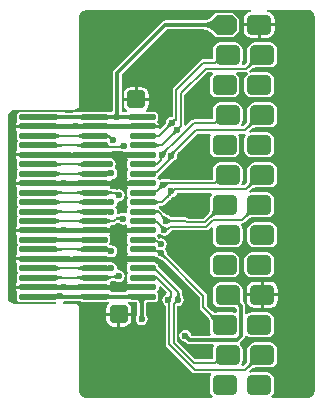
<source format=gbr>
%TF.GenerationSoftware,Altium Limited,Altium Designer,25.5.2 (35)*%
G04 Layer_Physical_Order=2*
G04 Layer_Color=16711680*
%FSLAX45Y45*%
%MOMM*%
%TF.SameCoordinates,F9D1B48F-3E51-4A7C-A873-13CCE31A6061*%
%TF.FilePolarity,Positive*%
%TF.FileFunction,Copper,L2,Bot,Signal*%
%TF.Part,Single*%
G01*
G75*
%TA.AperFunction,SMDPad,CuDef*%
G04:AMPARAMS|DCode=10|XSize=3.2mm|YSize=0.5mm|CornerRadius=0.125mm|HoleSize=0mm|Usage=FLASHONLY|Rotation=0.000|XOffset=0mm|YOffset=0mm|HoleType=Round|Shape=RoundedRectangle|*
%AMROUNDEDRECTD10*
21,1,3.20000,0.25000,0,0,0.0*
21,1,2.95000,0.50000,0,0,0.0*
1,1,0.25000,1.47500,-0.12500*
1,1,0.25000,-1.47500,-0.12500*
1,1,0.25000,-1.47500,0.12500*
1,1,0.25000,1.47500,0.12500*
%
%ADD10ROUNDEDRECTD10*%
%TA.AperFunction,Conductor*%
%ADD11C,0.20000*%
%ADD12C,0.30000*%
%ADD13C,0.35000*%
%TA.AperFunction,ComponentPad*%
G04:AMPARAMS|DCode=14|XSize=1.7mm|YSize=2.1mm|CornerRadius=0.425mm|HoleSize=0mm|Usage=FLASHONLY|Rotation=270.000|XOffset=0mm|YOffset=0mm|HoleType=Round|Shape=RoundedRectangle|*
%AMROUNDEDRECTD14*
21,1,1.70000,1.25001,0,0,270.0*
21,1,0.85000,2.10000,0,0,270.0*
1,1,0.85000,-0.62500,-0.42500*
1,1,0.85000,-0.62500,0.42500*
1,1,0.85000,0.62500,0.42500*
1,1,0.85000,0.62500,-0.42500*
%
%ADD14ROUNDEDRECTD14*%
G04:AMPARAMS|DCode=15|XSize=1.7mm|YSize=2.1mm|CornerRadius=0mm|HoleSize=0mm|Usage=FLASHONLY|Rotation=270.000|XOffset=0mm|YOffset=0mm|HoleType=Round|Shape=Octagon|*
%AMOCTAGOND15*
4,1,8,1.05000,0.42500,1.05000,-0.42500,0.62500,-0.85000,-0.62500,-0.85000,-1.05000,-0.42500,-1.05000,0.42500,-0.62500,0.85000,0.62500,0.85000,1.05000,0.42500,0.0*
%
%ADD15OCTAGOND15*%

G04:AMPARAMS|DCode=16|XSize=1.55mm|YSize=1.6mm|CornerRadius=0.3875mm|HoleSize=0mm|Usage=FLASHONLY|Rotation=270.000|XOffset=0mm|YOffset=0mm|HoleType=Round|Shape=RoundedRectangle|*
%AMROUNDEDRECTD16*
21,1,1.55000,0.82500,0,0,270.0*
21,1,0.77500,1.60000,0,0,270.0*
1,1,0.77500,-0.41250,-0.38750*
1,1,0.77500,-0.41250,0.38750*
1,1,0.77500,0.41250,0.38750*
1,1,0.77500,0.41250,-0.38750*
%
%ADD16ROUNDEDRECTD16*%
%TA.AperFunction,ViaPad*%
%ADD17C,0.60000*%
%TA.AperFunction,SMDPad,CuDef*%
G04:AMPARAMS|DCode=18|XSize=2.2mm|YSize=0.5mm|CornerRadius=0.125mm|HoleSize=0mm|Usage=FLASHONLY|Rotation=180.000|XOffset=0mm|YOffset=0mm|HoleType=Round|Shape=RoundedRectangle|*
%AMROUNDEDRECTD18*
21,1,2.20000,0.25000,0,0,180.0*
21,1,1.95000,0.50000,0,0,180.0*
1,1,0.25000,-0.97500,0.12500*
1,1,0.25000,0.97500,0.12500*
1,1,0.25000,0.97500,-0.12500*
1,1,0.25000,-0.97500,-0.12500*
%
%ADD18ROUNDEDRECTD18*%
%TA.AperFunction,Conductor*%
%ADD19C,0.40000*%
G36*
X2610786Y3402155D02*
X2628946Y3390021D01*
X2641080Y3371861D01*
X2645341Y3350440D01*
X2645421D01*
X2646053Y3347262D01*
Y182891D01*
X2645471Y179966D01*
X2645391D01*
X2641130Y158545D01*
X2628996Y140385D01*
X2610837Y128251D01*
X2589416Y123990D01*
Y123944D01*
X2277885D01*
X2273335Y138944D01*
X2281560Y144440D01*
X2295374Y165114D01*
X2300225Y189500D01*
Y274500D01*
X2295374Y298886D01*
X2281560Y319560D01*
X2260887Y333374D01*
X2236500Y338224D01*
X2111500D01*
X2093019Y334548D01*
X2085630Y348373D01*
X2099678Y362420D01*
X2102057Y363317D01*
X2105980Y366993D01*
X2109394Y369783D01*
X2112792Y372173D01*
X2116187Y374195D01*
X2119592Y375874D01*
X2123028Y377233D01*
X2126526Y378293D01*
X2130125Y379065D01*
X2133847Y379549D01*
X2138401Y379776D01*
X2262500D01*
X2286886Y384626D01*
X2307560Y398440D01*
X2321374Y419114D01*
X2326224Y443500D01*
Y528500D01*
X2321374Y552886D01*
X2307560Y573560D01*
X2286886Y587374D01*
X2262500Y592224D01*
X2137500D01*
X2113113Y587374D01*
X2092440Y573560D01*
X2078626Y552886D01*
X2073775Y528500D01*
Y443585D01*
X2073756Y443537D01*
X2073779Y443481D01*
X2073867Y443040D01*
X2073769Y442778D01*
X2073908Y438770D01*
X2073708Y435905D01*
X2073200Y433003D01*
X2072354Y430001D01*
X2071128Y426852D01*
X2069475Y423531D01*
X2067347Y420029D01*
X2064708Y416354D01*
X2061530Y412526D01*
X2057361Y408106D01*
X2056449Y405707D01*
X2041330Y390588D01*
X2026354D01*
X2018336Y405588D01*
X2027374Y419114D01*
X2032225Y443500D01*
Y528500D01*
X2027374Y552886D01*
X2014876Y571591D01*
X2013572Y573951D01*
X2014081Y591252D01*
X2045234Y622405D01*
X2052969Y633982D01*
X2054864Y643507D01*
X2057553Y645583D01*
X2065311Y648899D01*
X2070686Y649603D01*
X2087113Y638626D01*
X2111500Y633776D01*
X2236500D01*
X2260887Y638626D01*
X2281560Y652440D01*
X2295374Y673114D01*
X2300225Y697500D01*
Y782500D01*
X2295374Y806886D01*
X2281560Y827560D01*
X2260887Y841374D01*
X2236500Y846224D01*
X2111500D01*
X2087113Y841374D01*
X2070686Y830397D01*
X2055686Y836410D01*
Y900000D01*
X2052969Y913656D01*
X2047882Y921270D01*
X2046099Y925727D01*
X2042019Y929907D01*
X2035487Y937219D01*
X2033377Y939887D01*
X2031785Y942138D01*
X2030851Y943676D01*
X2030721Y943942D01*
X2032225Y951500D01*
Y1036500D01*
X2027374Y1060886D01*
X2013560Y1081560D01*
X1992887Y1095374D01*
X1968500Y1100224D01*
X1843500D01*
X1819113Y1095374D01*
X1798440Y1081560D01*
X1784626Y1060886D01*
X1779775Y1036500D01*
Y951500D01*
X1784626Y927114D01*
X1798440Y906440D01*
X1819113Y892626D01*
X1843500Y887776D01*
X1968500D01*
X1971568Y888386D01*
X1984314Y878128D01*
Y845639D01*
X1971085Y838568D01*
X1966887Y841374D01*
X1942500Y846224D01*
X1817500D01*
X1806673Y844071D01*
X1803663Y844622D01*
X1800770Y844001D01*
X1799353Y843902D01*
X1797778Y844012D01*
X1795900Y844399D01*
X1793626Y845167D01*
X1790928Y846425D01*
X1787827Y848257D01*
X1784356Y850728D01*
X1780566Y853872D01*
X1776063Y858122D01*
X1774454Y858735D01*
X1773521Y860182D01*
X1772240Y860459D01*
X1730588Y902111D01*
Y987341D01*
X1730588Y987342D01*
X1728259Y999048D01*
X1721629Y1008971D01*
X1721628Y1008972D01*
X1405177Y1325423D01*
X1404335Y1327735D01*
X1398259Y1334364D01*
X1396378Y1336756D01*
X1394730Y1339124D01*
X1393450Y1341247D01*
X1392517Y1343092D01*
X1391886Y1344645D01*
X1391509Y1345890D01*
X1391322Y1346848D01*
X1391156Y1348804D01*
X1389357Y1352284D01*
X1386696Y1365665D01*
X1375645Y1382203D01*
X1381737Y1396174D01*
X1386060Y1402644D01*
X1389940Y1422153D01*
X1386060Y1441662D01*
X1375009Y1458201D01*
X1358470Y1469252D01*
X1338961Y1473132D01*
X1325467Y1470448D01*
X1318950Y1474803D01*
X1316063Y1475377D01*
X1314113Y1485181D01*
X1311630Y1496498D01*
X1320301Y1509396D01*
X1334861Y1509806D01*
X1335315Y1509128D01*
X1351854Y1498077D01*
X1371363Y1494196D01*
X1390871Y1498077D01*
X1407410Y1509128D01*
X1418461Y1525667D01*
X1418812Y1527428D01*
X1424458Y1531200D01*
X1432670Y1539412D01*
X1725948D01*
X1725949Y1539412D01*
X1737655Y1541741D01*
X1747578Y1548371D01*
X1769640Y1570433D01*
X1783464Y1563044D01*
X1779775Y1544500D01*
Y1459500D01*
X1784626Y1435114D01*
X1798440Y1414440D01*
X1819113Y1400626D01*
X1843500Y1395776D01*
X1968500D01*
X1992887Y1400626D01*
X2013560Y1414440D01*
X2027374Y1435114D01*
X2032225Y1459500D01*
Y1544500D01*
X2027374Y1568886D01*
X2017000Y1584412D01*
X2023759Y1599412D01*
X2027999D01*
X2028000Y1599412D01*
X2039705Y1601741D01*
X2049629Y1608371D01*
X2073678Y1632420D01*
X2076057Y1633317D01*
X2079980Y1636993D01*
X2083394Y1639783D01*
X2086792Y1642173D01*
X2090187Y1644195D01*
X2093592Y1645874D01*
X2097028Y1647233D01*
X2100526Y1648293D01*
X2104125Y1649065D01*
X2107847Y1649549D01*
X2112401Y1649776D01*
X2236500D01*
X2260887Y1654626D01*
X2281560Y1668440D01*
X2295374Y1689114D01*
X2300225Y1713500D01*
Y1798500D01*
X2295374Y1822886D01*
X2281560Y1843560D01*
X2260887Y1857374D01*
X2236500Y1862224D01*
X2111500D01*
X2093019Y1858548D01*
X2085630Y1872373D01*
X2099678Y1886420D01*
X2102057Y1887317D01*
X2105980Y1890993D01*
X2109394Y1893783D01*
X2112792Y1896173D01*
X2116187Y1898195D01*
X2119592Y1899874D01*
X2123028Y1901233D01*
X2126526Y1902293D01*
X2130125Y1903065D01*
X2133847Y1903549D01*
X2138401Y1903776D01*
X2262500D01*
X2286886Y1908626D01*
X2307560Y1922440D01*
X2321374Y1943114D01*
X2326224Y1967500D01*
Y2052500D01*
X2321374Y2076886D01*
X2307560Y2097560D01*
X2286886Y2111374D01*
X2262500Y2116224D01*
X2137500D01*
X2113113Y2111374D01*
X2092440Y2097560D01*
X2078626Y2076886D01*
X2073775Y2052500D01*
Y1967585D01*
X2073756Y1967537D01*
X2073779Y1967481D01*
X2073867Y1967040D01*
X2073769Y1966778D01*
X2073908Y1962770D01*
X2073708Y1959905D01*
X2073200Y1957003D01*
X2072354Y1954001D01*
X2071128Y1950852D01*
X2069475Y1947531D01*
X2067347Y1944029D01*
X2064708Y1940354D01*
X2061530Y1936526D01*
X2057361Y1932106D01*
X2056449Y1929707D01*
X2047330Y1920588D01*
X2030363D01*
X2022345Y1935588D01*
X2027374Y1943114D01*
X2032225Y1967500D01*
Y2052500D01*
X2027374Y2076886D01*
X2013560Y2097560D01*
X1992887Y2111374D01*
X1968500Y2116224D01*
X1843500D01*
X1819113Y2111374D01*
X1798440Y2097560D01*
X1784626Y2076886D01*
X1779775Y2052500D01*
Y1970588D01*
X1418183D01*
X1415765Y1971644D01*
X1397291Y1971997D01*
X1388425Y1972569D01*
X1381930Y1973369D01*
X1380254Y1973694D01*
X1379383Y1973924D01*
X1378316Y1974320D01*
X1375675Y1974223D01*
X1358478Y1977643D01*
X1338969Y1973763D01*
X1333834Y1970331D01*
X1331940Y1969938D01*
X1314010Y1975054D01*
X1310823Y1979824D01*
X1314113Y1994819D01*
X1315509Y2001836D01*
X1317347Y2002202D01*
X1327270Y2008832D01*
X1440535Y2122096D01*
X1443569Y2126638D01*
X1446068Y2127135D01*
X1462607Y2138186D01*
X1473658Y2154725D01*
X1477539Y2174234D01*
X1476596Y2178972D01*
X1477543Y2182270D01*
X1477387Y2183639D01*
X1477444Y2183974D01*
X1477679Y2184760D01*
X1478205Y2186006D01*
X1479111Y2187684D01*
X1480454Y2189748D01*
X1482270Y2192148D01*
X1484574Y2194836D01*
X1487717Y2198131D01*
X1488392Y2199879D01*
X1489958Y2200908D01*
X1490207Y2202113D01*
X1647507Y2359412D01*
X1759646D01*
X1767664Y2344412D01*
X1758626Y2330886D01*
X1753776Y2306500D01*
Y2221500D01*
X1758626Y2197114D01*
X1772440Y2176440D01*
X1793114Y2162626D01*
X1817500Y2157776D01*
X1942500D01*
X1966887Y2162626D01*
X1987560Y2176440D01*
X2001374Y2197114D01*
X2006225Y2221500D01*
Y2306500D01*
X2001374Y2330886D01*
X1992336Y2344412D01*
X2000354Y2359412D01*
X2051999D01*
X2052000Y2359412D01*
X2053898Y2359790D01*
X2062919Y2346290D01*
X2052626Y2330886D01*
X2047775Y2306500D01*
Y2221500D01*
X2052626Y2197114D01*
X2066440Y2176440D01*
X2087113Y2162626D01*
X2111500Y2157776D01*
X2236500D01*
X2260887Y2162626D01*
X2281560Y2176440D01*
X2295374Y2197114D01*
X2300225Y2221500D01*
Y2306500D01*
X2295374Y2330886D01*
X2281560Y2351560D01*
X2260887Y2365374D01*
X2236500Y2370224D01*
X2111500D01*
X2093019Y2366548D01*
X2085630Y2380373D01*
X2099678Y2394420D01*
X2102057Y2395317D01*
X2105980Y2398993D01*
X2109394Y2401783D01*
X2112792Y2404173D01*
X2116187Y2406195D01*
X2119592Y2407874D01*
X2123028Y2409233D01*
X2126526Y2410293D01*
X2130125Y2411065D01*
X2133847Y2411549D01*
X2138401Y2411776D01*
X2262500D01*
X2286886Y2416626D01*
X2307560Y2430440D01*
X2321374Y2451114D01*
X2326224Y2475500D01*
Y2560500D01*
X2321374Y2584886D01*
X2307560Y2605560D01*
X2286886Y2619374D01*
X2262500Y2624224D01*
X2137500D01*
X2113113Y2619374D01*
X2092440Y2605560D01*
X2078626Y2584886D01*
X2073775Y2560500D01*
Y2475585D01*
X2073756Y2475537D01*
X2073779Y2475481D01*
X2073867Y2475040D01*
X2073769Y2474778D01*
X2073908Y2470770D01*
X2073708Y2467905D01*
X2073200Y2465003D01*
X2072354Y2462001D01*
X2071128Y2458852D01*
X2069475Y2455531D01*
X2067347Y2452029D01*
X2064708Y2448354D01*
X2061530Y2444526D01*
X2057361Y2440106D01*
X2056449Y2437707D01*
X2039330Y2420588D01*
X2023759D01*
X2017000Y2435588D01*
X2027374Y2451114D01*
X2032225Y2475500D01*
Y2560500D01*
X2027374Y2584886D01*
X2013560Y2605560D01*
X1992887Y2619374D01*
X1968500Y2624224D01*
X1843500D01*
X1819113Y2619374D01*
X1798440Y2605560D01*
X1784626Y2584886D01*
X1779775Y2560500D01*
Y2480588D01*
X1621517D01*
X1621515Y2480588D01*
X1609810Y2478259D01*
X1599887Y2471629D01*
X1599886Y2471628D01*
X1555588Y2427330D01*
X1540588Y2433543D01*
Y2687330D01*
X1732670Y2879412D01*
X1775152D01*
X1779702Y2864412D01*
X1772440Y2859560D01*
X1758626Y2838886D01*
X1753776Y2814500D01*
Y2729500D01*
X1758626Y2705114D01*
X1772440Y2684440D01*
X1793114Y2670626D01*
X1817500Y2665776D01*
X1942500D01*
X1966887Y2670626D01*
X1987560Y2684440D01*
X2001374Y2705114D01*
X2006225Y2729500D01*
Y2814500D01*
X2001374Y2838886D01*
X1987560Y2859560D01*
X1980298Y2864412D01*
X1984848Y2879412D01*
X2063999D01*
X2064000Y2879412D01*
X2071335Y2880871D01*
X2077188Y2866742D01*
X2066440Y2859560D01*
X2052626Y2838886D01*
X2047775Y2814500D01*
Y2729500D01*
X2052626Y2705114D01*
X2066440Y2684440D01*
X2087113Y2670626D01*
X2111500Y2665776D01*
X2236500D01*
X2260887Y2670626D01*
X2281560Y2684440D01*
X2295374Y2705114D01*
X2300225Y2729500D01*
Y2814500D01*
X2295374Y2838886D01*
X2281560Y2859560D01*
X2260887Y2873374D01*
X2236500Y2878224D01*
X2111500D01*
X2091484Y2874243D01*
X2085629Y2888371D01*
X2099678Y2902420D01*
X2102057Y2903317D01*
X2105980Y2906993D01*
X2109394Y2909783D01*
X2112792Y2912173D01*
X2116187Y2914195D01*
X2119592Y2915874D01*
X2123028Y2917233D01*
X2126526Y2918293D01*
X2130125Y2919065D01*
X2133847Y2919549D01*
X2138401Y2919776D01*
X2262500D01*
X2286886Y2924626D01*
X2307560Y2938440D01*
X2321374Y2959114D01*
X2326224Y2983500D01*
Y3068500D01*
X2321374Y3092886D01*
X2307560Y3113560D01*
X2286886Y3127374D01*
X2262500Y3132224D01*
X2137500D01*
X2113113Y3127374D01*
X2092440Y3113560D01*
X2078626Y3092886D01*
X2073775Y3068500D01*
Y2983585D01*
X2073756Y2983537D01*
X2073779Y2983481D01*
X2073867Y2983040D01*
X2073769Y2982778D01*
X2073908Y2978770D01*
X2073708Y2975905D01*
X2073200Y2973003D01*
X2072354Y2970001D01*
X2071128Y2966852D01*
X2069475Y2963531D01*
X2067347Y2960029D01*
X2064708Y2956354D01*
X2061530Y2952526D01*
X2057361Y2948106D01*
X2056449Y2945707D01*
X2051330Y2940588D01*
X2030905D01*
X2023834Y2953817D01*
X2027374Y2959114D01*
X2032225Y2983500D01*
Y3068500D01*
X2027374Y3092886D01*
X2013560Y3113560D01*
X1992887Y3127374D01*
X1968500Y3132224D01*
X1843500D01*
X1819113Y3127374D01*
X1798440Y3113560D01*
X1784626Y3092886D01*
X1779775Y3068500D01*
Y2990588D01*
X1700001D01*
X1700000Y2990588D01*
X1688295Y2988259D01*
X1678371Y2981629D01*
X1448371Y2751629D01*
X1441741Y2741705D01*
X1439412Y2730000D01*
X1439412Y2729999D01*
Y2506822D01*
X1435111Y2503292D01*
X1415602Y2499411D01*
X1399063Y2488360D01*
X1388012Y2471821D01*
X1384954Y2456447D01*
X1383498Y2453421D01*
X1383392Y2451536D01*
X1383249Y2450703D01*
X1382930Y2449573D01*
X1382364Y2448118D01*
X1381493Y2446350D01*
X1380271Y2444287D01*
X1378837Y2442203D01*
X1374057Y2436419D01*
X1371102Y2433334D01*
X1370152Y2430891D01*
X1335119Y2395858D01*
X1321295Y2403248D01*
X1322101Y2407300D01*
X1185999D01*
Y2432700D01*
X1322101D01*
X1319200Y2447288D01*
X1310823Y2459824D01*
X1314113Y2474819D01*
X1316635Y2487500D01*
Y2512500D01*
X1314113Y2525181D01*
X1306930Y2535931D01*
X1296180Y2543114D01*
X1283499Y2545637D01*
X1218518D01*
X1213968Y2560637D01*
X1220498Y2565000D01*
X1234676Y2586220D01*
X1239655Y2611250D01*
Y2637300D01*
X1132999D01*
X1026342D01*
Y2611250D01*
X1031321Y2586220D01*
X1045499Y2565000D01*
X1058176Y2556530D01*
X1054031Y2541259D01*
X1019994Y2539252D01*
X1009179Y2549459D01*
X1009148Y2554501D01*
X1008234Y2556667D01*
Y2854163D01*
X1395837Y3241766D01*
X1702515D01*
X1704463Y3240869D01*
X1712526Y3240555D01*
X1719516Y3239719D01*
X1726295Y3238338D01*
X1732904Y3236407D01*
X1739371Y3233919D01*
X1745735Y3230851D01*
X1752012Y3227183D01*
X1758224Y3222885D01*
X1764370Y3217934D01*
X1767002Y3215498D01*
X1807500Y3175000D01*
X1952500D01*
X2005000Y3227500D01*
Y3332500D01*
X1952500Y3385000D01*
X1807500D01*
X1767000Y3344500D01*
X1764373Y3342070D01*
X1758224Y3337116D01*
X1752012Y3332817D01*
X1745733Y3329148D01*
X1739370Y3326081D01*
X1732903Y3323593D01*
X1726295Y3321662D01*
X1719517Y3320281D01*
X1712526Y3319445D01*
X1704463Y3319132D01*
X1702515Y3318234D01*
X1380000D01*
X1365368Y3315324D01*
X1352964Y3307036D01*
X942964Y2897036D01*
X934676Y2884632D01*
X931766Y2870000D01*
Y2556884D01*
X930857Y2554811D01*
X930848Y2554403D01*
X915734Y2540157D01*
X901605Y2541355D01*
X896902Y2542022D01*
X893715Y2542669D01*
X892714Y2542971D01*
X891790Y2543424D01*
X891057Y2543470D01*
X891022Y2543481D01*
X890972Y2543476D01*
X887143Y2543718D01*
X886649Y2543817D01*
X882257Y2545636D01*
X880715Y2544997D01*
X877499Y2545637D01*
X682499D01*
X679282Y2544997D01*
X677740Y2545636D01*
X673348Y2543817D01*
X672854Y2543718D01*
X669026Y2543476D01*
X668975Y2543481D01*
X668941Y2543470D01*
X668208Y2543424D01*
X667283Y2542970D01*
X666283Y2542669D01*
X663967Y2542199D01*
X613281Y2539210D01*
X601063Y2539148D01*
X598889Y2538234D01*
X531110D01*
X528936Y2539148D01*
X516409Y2539211D01*
X485736Y2540157D01*
X471606Y2541355D01*
X466903Y2542022D01*
X463716Y2542669D01*
X462716Y2542971D01*
X461791Y2543424D01*
X461058Y2543470D01*
X461023Y2543481D01*
X460973Y2543476D01*
X457144Y2543718D01*
X456650Y2543817D01*
X452258Y2545636D01*
X450716Y2544997D01*
X447500Y2545637D01*
X152500D01*
X139819Y2543114D01*
X129069Y2535931D01*
X121886Y2525181D01*
X119363Y2512500D01*
Y2487500D01*
X121886Y2474820D01*
X125176Y2459824D01*
X116799Y2447288D01*
X113897Y2432700D01*
X300000D01*
Y2407300D01*
X113897D01*
X116799Y2392712D01*
X125176Y2380176D01*
X121886Y2365181D01*
X119363Y2352500D01*
Y2327500D01*
X121886Y2314819D01*
X124495Y2310915D01*
X127827Y2300000D01*
X124495Y2289085D01*
X121886Y2285181D01*
X119363Y2272500D01*
Y2247500D01*
X121886Y2234820D01*
X125176Y2219824D01*
X116799Y2207288D01*
X113897Y2192700D01*
X300000D01*
Y2167300D01*
X113897D01*
X116799Y2152712D01*
X125176Y2140176D01*
X121886Y2125181D01*
X119363Y2112500D01*
Y2087500D01*
X121886Y2074819D01*
X124495Y2070915D01*
X127827Y2060000D01*
X124495Y2049085D01*
X121886Y2045181D01*
X119363Y2032500D01*
Y2007500D01*
X121886Y1994819D01*
X125176Y1979824D01*
X116799Y1967288D01*
X113897Y1952700D01*
X300000D01*
Y1927300D01*
X113897D01*
X116799Y1912712D01*
X125176Y1900176D01*
X121886Y1885181D01*
X119363Y1872500D01*
Y1847500D01*
X121886Y1834819D01*
X124495Y1830915D01*
X127827Y1820000D01*
X124495Y1809085D01*
X121886Y1805181D01*
X119363Y1792500D01*
Y1767500D01*
X121886Y1754819D01*
X129069Y1744069D01*
Y1735931D01*
X121886Y1725181D01*
X119363Y1712500D01*
Y1687500D01*
X121886Y1674819D01*
X124495Y1670915D01*
X127827Y1660000D01*
X124495Y1649085D01*
X121886Y1645181D01*
X119363Y1632500D01*
Y1607500D01*
X121886Y1594820D01*
X125176Y1579824D01*
X116799Y1567288D01*
X113897Y1552700D01*
X300000D01*
Y1527300D01*
X113897D01*
X116799Y1512712D01*
X125176Y1500176D01*
X121886Y1485181D01*
X119363Y1472500D01*
Y1447500D01*
X121886Y1434819D01*
X124495Y1430915D01*
X127827Y1420000D01*
X124495Y1409085D01*
X121886Y1405181D01*
X119363Y1392500D01*
Y1367500D01*
X121886Y1354819D01*
X125176Y1339824D01*
X116799Y1327288D01*
X113897Y1312700D01*
X300000D01*
Y1287300D01*
X113897D01*
X116799Y1272712D01*
X125176Y1260176D01*
X121886Y1245181D01*
X119363Y1232500D01*
Y1207500D01*
X121886Y1194819D01*
X129069Y1184069D01*
Y1175931D01*
X121886Y1165181D01*
X119363Y1152500D01*
Y1127500D01*
X121886Y1114820D01*
X125176Y1099824D01*
X116799Y1087288D01*
X113897Y1072700D01*
X300000D01*
Y1047300D01*
X113897D01*
X116799Y1032712D01*
X125176Y1020176D01*
X121886Y1005181D01*
X119363Y992500D01*
Y967500D01*
X121886Y954819D01*
X129069Y944069D01*
X139819Y936886D01*
X152500Y934363D01*
X447500D01*
X450716Y935003D01*
X452258Y934364D01*
X452451Y934444D01*
X453244Y933944D01*
X448912Y918944D01*
X100000D01*
Y919025D01*
X78579Y923285D01*
X60419Y935420D01*
X48285Y953579D01*
X44025Y975000D01*
X43944D01*
Y2505000D01*
X44025D01*
X48285Y2526421D01*
X60419Y2544581D01*
X78579Y2556715D01*
X100000Y2560976D01*
Y2561056D01*
X604999D01*
X621816Y2564401D01*
X636072Y2573927D01*
X645598Y2588183D01*
X648943Y2605000D01*
Y3349981D01*
X648947Y3350000D01*
X649027D01*
X653288Y3371421D01*
X665422Y3389580D01*
X683582Y3401715D01*
X705003Y3405975D01*
Y3406055D01*
X2106631D01*
X2108108Y3391055D01*
X2085006Y3386460D01*
X2062547Y3371453D01*
X2047539Y3348993D01*
X2042270Y3322500D01*
Y3292700D01*
X2174000D01*
X2305730D01*
Y3322500D01*
X2300460Y3348993D01*
X2285453Y3371453D01*
X2262993Y3386460D01*
X2239892Y3391055D01*
X2241369Y3406055D01*
X2589806D01*
X2590491Y3406192D01*
X2610786Y3402155D01*
D02*
G37*
G36*
X1785673Y3227716D02*
X1778530Y3234325D01*
X1771189Y3240238D01*
X1763649Y3245456D01*
X1755911Y3249978D01*
X1747973Y3253804D01*
X1739837Y3256935D01*
X1731502Y3259369D01*
X1722968Y3261109D01*
X1714236Y3262152D01*
X1705305Y3262500D01*
Y3297500D01*
X1714236Y3297848D01*
X1722968Y3298891D01*
X1731502Y3300631D01*
X1739837Y3303066D01*
X1747973Y3306196D01*
X1755911Y3310022D01*
X1763649Y3314544D01*
X1771189Y3319762D01*
X1778530Y3325675D01*
X1785673Y3332284D01*
Y3227716D01*
D02*
G37*
G36*
X2137500Y2941406D02*
X2131911Y2941128D01*
X2126448Y2940416D01*
X2121110Y2939271D01*
X2115897Y2937692D01*
X2110809Y2935679D01*
X2105847Y2933233D01*
X2101011Y2930353D01*
X2096299Y2927039D01*
X2091713Y2923292D01*
X2087253Y2919111D01*
X2073110Y2933253D01*
X2077747Y2938170D01*
X2081850Y2943111D01*
X2085416Y2948078D01*
X2088448Y2953068D01*
X2090945Y2958084D01*
X2092907Y2963124D01*
X2094334Y2968188D01*
X2095226Y2973278D01*
X2095582Y2978391D01*
X2095404Y2983530D01*
X2137500Y2941406D01*
D02*
G37*
G36*
X987535Y2548725D02*
X988760Y2528342D01*
X989215Y2525830D01*
X989740Y2523840D01*
X990335Y2522371D01*
X991000Y2521424D01*
X949000D01*
X949665Y2522371D01*
X950260Y2523840D01*
X950785Y2525830D01*
X951240Y2528342D01*
X951625Y2531375D01*
X952185Y2539007D01*
X952500Y2554367D01*
X987500D01*
X987535Y2548725D01*
D02*
G37*
G36*
X1083740Y2476012D02*
X1081227Y2477245D01*
X1077570Y2478348D01*
X1072771Y2479321D01*
X1066829Y2480164D01*
X1051515Y2481462D01*
X1019973Y2482435D01*
X1018362Y2482443D01*
X998342Y2481240D01*
X995830Y2480785D01*
X993840Y2480260D01*
X992371Y2479665D01*
X991424Y2479000D01*
Y2521000D01*
X992371Y2520335D01*
X993840Y2519740D01*
X995830Y2519215D01*
X998342Y2518760D01*
X1001375Y2518375D01*
X1009007Y2517815D01*
X1020291Y2517584D01*
X1072771Y2520679D01*
X1077570Y2521652D01*
X1081227Y2522755D01*
X1083740Y2523988D01*
Y2476012D01*
D02*
G37*
G36*
X1477071Y2480130D02*
X1474292Y2477301D01*
X1466361Y2468168D01*
X1465174Y2466432D01*
X1464306Y2464913D01*
X1463757Y2463614D01*
X1463527Y2462533D01*
X1463615Y2461670D01*
X1444469Y2480815D01*
X1445332Y2480728D01*
X1446413Y2480958D01*
X1447712Y2481507D01*
X1449231Y2482375D01*
X1450967Y2483561D01*
X1452923Y2485066D01*
X1457489Y2489032D01*
X1462929Y2494272D01*
X1477071Y2480130D01*
D02*
G37*
G36*
X884771Y2522755D02*
X888427Y2521652D01*
X893226Y2520679D01*
X899169Y2519836D01*
X914482Y2518538D01*
X929999Y2518059D01*
X941658Y2518760D01*
X944170Y2519215D01*
X946160Y2519740D01*
X947629Y2520335D01*
X948576Y2521000D01*
Y2517552D01*
X958825Y2517500D01*
Y2482500D01*
X948576Y2482448D01*
Y2479000D01*
X947629Y2479665D01*
X946160Y2480260D01*
X944170Y2480785D01*
X941658Y2481240D01*
X938625Y2481625D01*
X935802Y2481832D01*
X893226Y2479321D01*
X888427Y2478348D01*
X884771Y2477245D01*
X882257Y2476012D01*
Y2523988D01*
X884771Y2522755D01*
D02*
G37*
G36*
X677740Y2476012D02*
X675227Y2477245D01*
X671570Y2478348D01*
X666771Y2479321D01*
X660829Y2480164D01*
X645515Y2481462D01*
X613973Y2482435D01*
X601172Y2482500D01*
Y2517500D01*
X613973Y2517565D01*
X666771Y2520679D01*
X671570Y2521652D01*
X675227Y2522755D01*
X677740Y2523988D01*
Y2476012D01*
D02*
G37*
G36*
X454772Y2522755D02*
X458428Y2521652D01*
X463227Y2520679D01*
X469170Y2519836D01*
X484483Y2518538D01*
X516026Y2517565D01*
X528826Y2517500D01*
Y2482500D01*
X516026Y2482435D01*
X463227Y2479321D01*
X458428Y2478348D01*
X454772Y2477245D01*
X452258Y2476012D01*
Y2523988D01*
X454772Y2522755D01*
D02*
G37*
G36*
X677740Y2396012D02*
X675817Y2396770D01*
X672435Y2397448D01*
X667593Y2398046D01*
X653532Y2399003D01*
X645566Y2399134D01*
X641424Y2399000D01*
Y2399202D01*
X598576Y2399906D01*
Y2399000D01*
X567639Y2400000D01*
Y2440000D01*
X583005Y2440090D01*
X595380Y2440490D01*
X597025Y2440640D01*
X598090Y2440810D01*
X598576Y2441000D01*
Y2440269D01*
X677740Y2443988D01*
Y2396012D01*
D02*
G37*
G36*
X1517071Y2416561D02*
X1514507Y2413958D01*
X1506090Y2404196D01*
X1505288Y2402894D01*
X1504779Y2401808D01*
X1504563Y2400939D01*
X1504641Y2400286D01*
X1486096Y2417398D01*
X1486745Y2417377D01*
X1487624Y2417656D01*
X1488732Y2418235D01*
X1490071Y2419115D01*
X1491639Y2420295D01*
X1495465Y2423557D01*
X1502929Y2430703D01*
X1517071Y2416561D01*
D02*
G37*
G36*
X2137500Y2433406D02*
X2131911Y2433128D01*
X2126448Y2432416D01*
X2121110Y2431271D01*
X2115897Y2429692D01*
X2110809Y2427679D01*
X2105847Y2425233D01*
X2101011Y2422353D01*
X2096299Y2419039D01*
X2091713Y2415292D01*
X2087253Y2411111D01*
X2073110Y2425253D01*
X2077747Y2430170D01*
X2081850Y2435111D01*
X2085416Y2440078D01*
X2088448Y2445068D01*
X2090945Y2450084D01*
X2092907Y2455124D01*
X2094334Y2460188D01*
X2095226Y2465278D01*
X2095582Y2470391D01*
X2095404Y2475530D01*
X2137500Y2433406D01*
D02*
G37*
G36*
X1434613Y2422316D02*
X1431506Y2422181D01*
X1428338Y2421670D01*
X1425108Y2420786D01*
X1421817Y2419528D01*
X1418465Y2417895D01*
X1415051Y2415888D01*
X1411575Y2413507D01*
X1408038Y2410752D01*
X1404440Y2407623D01*
X1400780Y2404119D01*
X1386737Y2418361D01*
X1390238Y2422016D01*
X1396130Y2429146D01*
X1398522Y2432621D01*
X1400544Y2436037D01*
X1402197Y2439391D01*
X1403480Y2442686D01*
X1404393Y2445921D01*
X1404937Y2449096D01*
X1405112Y2452210D01*
X1434613Y2422316D01*
D02*
G37*
G36*
X1083740Y2396012D02*
X1081817Y2396770D01*
X1078434Y2397448D01*
X1073593Y2398046D01*
X1059532Y2399003D01*
X998843Y2400000D01*
Y2440000D01*
X1083740Y2443988D01*
Y2396012D01*
D02*
G37*
G36*
X884181Y2443230D02*
X887563Y2442552D01*
X892405Y2441954D01*
X906466Y2440997D01*
X967155Y2440000D01*
Y2400000D01*
X882257Y2396012D01*
Y2443988D01*
X884181Y2443230D01*
D02*
G37*
G36*
X454182D02*
X457564Y2442552D01*
X462406Y2441954D01*
X476467Y2440997D01*
X537156Y2440000D01*
Y2400000D01*
X452258Y2396012D01*
Y2443988D01*
X454182Y2443230D01*
D02*
G37*
G36*
X1476610Y2358841D02*
X1473499Y2358686D01*
X1470328Y2358159D01*
X1467096Y2357260D01*
X1463803Y2355989D01*
X1460449Y2354346D01*
X1457034Y2352332D01*
X1453559Y2349946D01*
X1450023Y2347187D01*
X1446426Y2344057D01*
X1442768Y2340555D01*
X1428626Y2354697D01*
X1432128Y2358355D01*
X1438017Y2365488D01*
X1440403Y2368963D01*
X1442417Y2372378D01*
X1444060Y2375731D01*
X1445331Y2379024D01*
X1446230Y2382257D01*
X1446757Y2385428D01*
X1446912Y2388539D01*
X1476610Y2358841D01*
D02*
G37*
G36*
X1294479Y2357913D02*
X1296331Y2356253D01*
X1298500Y2354787D01*
X1300984Y2353517D01*
X1303784Y2352442D01*
X1306899Y2351563D01*
X1310330Y2350879D01*
X1314077Y2350391D01*
X1318140Y2350098D01*
X1322519Y2350000D01*
Y2330000D01*
X1318140Y2329902D01*
X1310330Y2329121D01*
X1306899Y2328437D01*
X1303783Y2327557D01*
X1300983Y2326483D01*
X1298499Y2325213D01*
X1296331Y2323747D01*
X1294478Y2322086D01*
X1292942Y2320230D01*
X1292942Y2359770D01*
X1294479Y2357913D01*
D02*
G37*
G36*
X677740Y2316012D02*
X673495Y2318670D01*
X669135Y2321048D01*
X664658Y2323146D01*
X660064Y2324965D01*
X655355Y2326503D01*
X650529Y2327762D01*
X645587Y2328741D01*
X640529Y2329441D01*
X635355Y2329860D01*
X630065Y2330000D01*
Y2350000D01*
X635355Y2350140D01*
X640529Y2350560D01*
X645587Y2351259D01*
X650529Y2352238D01*
X655355Y2353497D01*
X660064Y2355036D01*
X664658Y2356854D01*
X669135Y2358952D01*
X673495Y2361330D01*
X677740Y2363988D01*
Y2316012D01*
D02*
G37*
G36*
X456503Y2361330D02*
X460864Y2358952D01*
X465341Y2356854D01*
X469934Y2355036D01*
X474644Y2353497D01*
X479469Y2352238D01*
X484411Y2351259D01*
X489469Y2350560D01*
X494644Y2350140D01*
X499934Y2350000D01*
Y2330000D01*
X494644Y2329860D01*
X489469Y2329441D01*
X484411Y2328741D01*
X479469Y2327762D01*
X474644Y2326503D01*
X469934Y2324965D01*
X465341Y2323146D01*
X460864Y2321048D01*
X456503Y2318670D01*
X452258Y2316012D01*
Y2363988D01*
X456503Y2361330D01*
D02*
G37*
G36*
X910328Y2343899D02*
X918923Y2336583D01*
X921395Y2334878D01*
X923670Y2333541D01*
X925750Y2332570D01*
X927633Y2331967D01*
X929319Y2331730D01*
X930809Y2331860D01*
X908140Y2309191D01*
X908270Y2310681D01*
X908033Y2312367D01*
X907429Y2314250D01*
X906459Y2316329D01*
X905121Y2318605D01*
X903417Y2321077D01*
X901345Y2323745D01*
X896101Y2329671D01*
X892929Y2332929D01*
X907071Y2347071D01*
X910328Y2343899D01*
D02*
G37*
G36*
X1291906Y2281751D02*
X1295803Y2279749D01*
X1299949Y2277983D01*
X1304343Y2276452D01*
X1308986Y2275157D01*
X1313878Y2274097D01*
X1319019Y2273273D01*
X1330046Y2272331D01*
X1335933Y2272213D01*
Y2252213D01*
X1331239Y2252051D01*
X1326528Y2251565D01*
X1321801Y2250755D01*
X1317058Y2249621D01*
X1312299Y2248163D01*
X1307523Y2246381D01*
X1302731Y2244275D01*
X1297923Y2241845D01*
X1288257Y2236012D01*
Y2283988D01*
X1291906Y2281751D01*
D02*
G37*
G36*
X890001Y2272746D02*
X891833Y2269356D01*
X894316Y2266365D01*
X897451Y2263773D01*
X901236Y2261579D01*
X905673Y2259785D01*
X910761Y2258389D01*
X916501Y2257392D01*
X922891Y2256794D01*
X929933Y2256594D01*
X923128Y2236594D01*
X882257Y2236012D01*
X888820Y2276535D01*
X890001Y2272746D01*
D02*
G37*
G36*
X677740Y2236012D02*
X673495Y2238670D01*
X669135Y2241048D01*
X664658Y2243146D01*
X660064Y2244965D01*
X655355Y2246503D01*
X650529Y2247762D01*
X645587Y2248741D01*
X640529Y2249441D01*
X635355Y2249860D01*
X630065Y2250000D01*
Y2270000D01*
X635355Y2270140D01*
X640529Y2270560D01*
X645587Y2271259D01*
X650529Y2272238D01*
X655355Y2273497D01*
X660064Y2275036D01*
X664658Y2276854D01*
X669135Y2278952D01*
X673495Y2281330D01*
X677740Y2283988D01*
Y2236012D01*
D02*
G37*
G36*
X456503Y2281330D02*
X460864Y2278952D01*
X465341Y2276854D01*
X469934Y2275036D01*
X474644Y2273497D01*
X479469Y2272238D01*
X484411Y2271259D01*
X489469Y2270560D01*
X494644Y2270140D01*
X499934Y2270000D01*
Y2250000D01*
X494644Y2249860D01*
X489469Y2249441D01*
X484411Y2248741D01*
X479469Y2247762D01*
X474644Y2246503D01*
X469934Y2244965D01*
X465341Y2243146D01*
X460864Y2241048D01*
X456503Y2238670D01*
X452258Y2236012D01*
Y2283988D01*
X456503Y2281330D01*
D02*
G37*
G36*
X1016799Y2231220D02*
X1014380Y2232241D01*
X1011510Y2233155D01*
X1008189Y2233961D01*
X1004417Y2234660D01*
X995521Y2235735D01*
X984821Y2236380D01*
X972318Y2236594D01*
X970040Y2256594D01*
X975227Y2256721D01*
X979975Y2257102D01*
X984283Y2257736D01*
X988152Y2258624D01*
X991581Y2259765D01*
X994571Y2261160D01*
X997121Y2262809D01*
X999231Y2264711D01*
X1000903Y2266867D01*
X1002135Y2269277D01*
X1016799Y2231220D01*
D02*
G37*
G36*
X971946Y2214950D02*
X983979Y2214743D01*
X993569Y2214165D01*
X1001146Y2213250D01*
X1003661Y2212783D01*
X1005664Y2212297D01*
X1006873Y2211913D01*
X1008381Y2211276D01*
X1010187Y2211264D01*
X1010490Y2211061D01*
X1029999Y2207181D01*
X1037791Y2208731D01*
X1044382Y2202139D01*
X1083740Y2203988D01*
Y2192700D01*
X1185999D01*
Y2167300D01*
X1083740D01*
Y2156012D01*
X1081817Y2156770D01*
X1078434Y2157448D01*
X1073593Y2158046D01*
X1059532Y2159003D01*
X1051520Y2159135D01*
X1052798Y2152712D01*
X1061174Y2140176D01*
X1057884Y2125181D01*
X1055362Y2112500D01*
Y2087500D01*
X1057884Y2074819D01*
X1060493Y2070915D01*
X1063825Y2060000D01*
X1060493Y2049085D01*
X1057884Y2045181D01*
X1055362Y2032500D01*
Y2007500D01*
X1057884Y1994819D01*
X1061174Y1979824D01*
X1052798Y1967288D01*
X1051843Y1962490D01*
X1083740Y1963988D01*
Y1952700D01*
X1185999D01*
Y1927300D01*
X1083740D01*
Y1916012D01*
X1081817Y1916770D01*
X1078434Y1917448D01*
X1073593Y1918046D01*
X1059532Y1919003D01*
X1051520Y1919135D01*
X1052798Y1912712D01*
X1061174Y1900176D01*
X1057884Y1885181D01*
X1055362Y1872500D01*
Y1847500D01*
X1057884Y1834819D01*
X1065067Y1824069D01*
Y1815931D01*
X1057884Y1805181D01*
X1055362Y1792500D01*
Y1767500D01*
X1057884Y1754819D01*
X1065067Y1744069D01*
Y1735931D01*
X1057884Y1725181D01*
X1055362Y1712500D01*
Y1695980D01*
X1043798Y1687999D01*
X1040517Y1687124D01*
X1022572Y1690694D01*
X1003063Y1686813D01*
X987426Y1676365D01*
X985488Y1675617D01*
X975285Y1678933D01*
X971303Y1680884D01*
X968294Y1686502D01*
X970980Y1700000D01*
X967099Y1719509D01*
X956048Y1736048D01*
X963565Y1749065D01*
X969028Y1757241D01*
X972080Y1772583D01*
X984518Y1785403D01*
X1004027Y1789283D01*
X1020566Y1800334D01*
X1031617Y1816873D01*
X1035497Y1836382D01*
X1031617Y1855891D01*
X1020566Y1872430D01*
X1004027Y1883481D01*
X984518Y1887362D01*
X968032Y1884083D01*
X961781Y1888259D01*
X950076Y1890588D01*
X950075Y1890588D01*
X932868D01*
X930505Y1891640D01*
X925805Y1891765D01*
X921827Y1892087D01*
X918001Y1892616D01*
X917835Y1892649D01*
X911952Y1901813D01*
X911012Y1905192D01*
X911109Y1909094D01*
X911343Y1909934D01*
X913200Y1912712D01*
X914154Y1917511D01*
X882257Y1916012D01*
Y1927300D01*
X779999D01*
Y1952700D01*
X882257D01*
Y1963988D01*
X884181Y1963230D01*
X887563Y1962552D01*
X892405Y1961954D01*
X906466Y1960997D01*
X915526Y1960848D01*
X916552Y1963018D01*
X925053Y1973688D01*
X925959Y1974177D01*
X940909Y1977151D01*
X957448Y1988202D01*
X968499Y2004741D01*
X972379Y2024250D01*
X968499Y2043759D01*
X957448Y2060298D01*
X947791Y2066750D01*
X956503Y2079788D01*
X960384Y2099297D01*
X956503Y2118806D01*
X945452Y2135345D01*
X928913Y2146396D01*
X926030Y2146970D01*
X919503Y2157762D01*
X882257Y2156012D01*
Y2167300D01*
X779999D01*
Y2192700D01*
X882257D01*
Y2203988D01*
X884181Y2203230D01*
X887563Y2202552D01*
X892405Y2201954D01*
X906466Y2200997D01*
X915280Y2200852D01*
X922905Y2214030D01*
X925521Y2215847D01*
X925891Y2216007D01*
X969513D01*
X971946Y2214950D01*
D02*
G37*
G36*
X1398284Y2214142D02*
X1394782Y2210485D01*
X1388894Y2203351D01*
X1386508Y2199876D01*
X1384493Y2196462D01*
X1382850Y2193108D01*
X1381580Y2189815D01*
X1380681Y2186582D01*
X1380154Y2183411D01*
X1379999Y2180300D01*
X1350300Y2209998D01*
X1353411Y2210154D01*
X1356583Y2210681D01*
X1359815Y2211580D01*
X1363108Y2212850D01*
X1366462Y2214493D01*
X1369876Y2216507D01*
X1373352Y2218894D01*
X1376888Y2221652D01*
X1380485Y2224782D01*
X1384142Y2228284D01*
X1398284Y2214142D01*
D02*
G37*
G36*
X1472050Y2213071D02*
X1468512Y2209361D01*
X1465405Y2205737D01*
X1462728Y2202198D01*
X1460481Y2198745D01*
X1458664Y2195378D01*
X1457278Y2192096D01*
X1456321Y2188900D01*
X1455795Y2185789D01*
X1455699Y2182764D01*
X1456034Y2179824D01*
X1421560Y2203814D01*
X1424701Y2204495D01*
X1427892Y2205485D01*
X1431133Y2206783D01*
X1434423Y2208390D01*
X1437763Y2210305D01*
X1441152Y2212529D01*
X1444591Y2215062D01*
X1451618Y2221053D01*
X1455206Y2224511D01*
X1472050Y2213071D01*
D02*
G37*
G36*
X550676Y2201079D02*
X551778Y2200853D01*
X553456Y2200653D01*
X558533Y2200333D01*
X581283Y2200000D01*
X579086Y2160000D01*
X548433Y2159368D01*
X550148Y2201333D01*
X550676Y2201079D01*
D02*
G37*
G36*
X677740Y2156012D02*
X675817Y2156770D01*
X672435Y2157448D01*
X667593Y2158046D01*
X653532Y2159003D01*
X592843Y2160000D01*
Y2200000D01*
X677740Y2203988D01*
Y2156012D01*
D02*
G37*
G36*
X454182Y2203230D02*
X457564Y2202552D01*
X462406Y2201954D01*
X476467Y2200997D01*
X501297Y2200589D01*
X502313Y2200653D01*
X503990Y2200853D01*
X505093Y2201079D01*
X505621Y2201333D01*
X505654Y2200518D01*
X537156Y2200000D01*
Y2160000D01*
X452258Y2156012D01*
Y2203988D01*
X454182Y2203230D01*
D02*
G37*
G36*
X889744Y2113116D02*
X890498Y2112388D01*
X891600Y2111746D01*
X893050Y2111190D01*
X894848Y2110719D01*
X896993Y2110333D01*
X899486Y2110034D01*
X905516Y2109691D01*
X909053Y2109649D01*
Y2089649D01*
X905490Y2089606D01*
X896904Y2088964D01*
X894743Y2088579D01*
X892933Y2088108D01*
X891473Y2087551D01*
X890364Y2086909D01*
X889606Y2086181D01*
X889198Y2085368D01*
X889338Y2113929D01*
X889744Y2113116D01*
D02*
G37*
G36*
X887736Y2078550D02*
X885455Y2080659D01*
X882865Y2082545D01*
X879966Y2084210D01*
X876757Y2085653D01*
X873238Y2086874D01*
X869409Y2087873D01*
X865271Y2088650D01*
X860823Y2089205D01*
X856066Y2089538D01*
X850998Y2089649D01*
X851247Y2109649D01*
X856305Y2109758D01*
X865514Y2110630D01*
X869666Y2111392D01*
X873515Y2112373D01*
X877061Y2113572D01*
X880306Y2114989D01*
X883249Y2116623D01*
X885889Y2118476D01*
X888227Y2120547D01*
X887736Y2078550D01*
D02*
G37*
G36*
X677740Y2076012D02*
X673495Y2078670D01*
X669135Y2081048D01*
X664658Y2083146D01*
X660064Y2084965D01*
X655355Y2086503D01*
X650529Y2087762D01*
X645587Y2088741D01*
X640529Y2089441D01*
X635355Y2089860D01*
X630065Y2090000D01*
Y2110000D01*
X635355Y2110140D01*
X640529Y2110560D01*
X645587Y2111259D01*
X650529Y2112238D01*
X655355Y2113497D01*
X660064Y2115036D01*
X664658Y2116854D01*
X669135Y2118952D01*
X673495Y2121330D01*
X677740Y2123988D01*
Y2076012D01*
D02*
G37*
G36*
X456503Y2121330D02*
X460864Y2118952D01*
X465341Y2116854D01*
X469934Y2115036D01*
X474644Y2113497D01*
X479469Y2112238D01*
X484411Y2111259D01*
X489469Y2110560D01*
X494644Y2110140D01*
X499934Y2110000D01*
Y2090000D01*
X494644Y2089860D01*
X489469Y2089441D01*
X484411Y2088741D01*
X479469Y2087762D01*
X474644Y2086503D01*
X469934Y2084965D01*
X465341Y2083146D01*
X460864Y2081048D01*
X456503Y2078670D01*
X452258Y2076012D01*
Y2123988D01*
X456503Y2121330D01*
D02*
G37*
G36*
X885823Y2041734D02*
X889419Y2039717D01*
X892132Y2038386D01*
X893955Y2039520D01*
X896413Y2041484D01*
X898542Y2043680D01*
X899120Y2035539D01*
X900388Y2035091D01*
X904105Y2034023D01*
X907852Y2033193D01*
X911629Y2032599D01*
X915437Y2032244D01*
X919275Y2032125D01*
Y2012125D01*
X914629Y2012007D01*
X910297Y2011652D01*
X906281Y2011060D01*
X902579Y2010231D01*
X900953Y2009720D01*
X901517Y2001785D01*
X899038Y2003750D01*
X896276Y2005508D01*
X893987Y2006673D01*
X893363Y2006325D01*
X890921Y2004549D01*
X888793Y2002537D01*
X886980Y2000288D01*
X885972Y2009615D01*
X882389Y2010471D01*
X878207Y2011194D01*
X873742Y2011711D01*
X863959Y2012125D01*
X862452Y2032125D01*
X867541Y2032241D01*
X876733Y2033165D01*
X880835Y2033974D01*
X883267Y2034644D01*
X882257Y2043988D01*
X885823Y2041734D01*
D02*
G37*
G36*
X677740Y1996012D02*
X673495Y1998670D01*
X669135Y2001048D01*
X664658Y2003146D01*
X660064Y2004964D01*
X655355Y2006503D01*
X650529Y2007762D01*
X645587Y2008741D01*
X640529Y2009440D01*
X635355Y2009860D01*
X630065Y2010000D01*
Y2030000D01*
X635355Y2030140D01*
X640529Y2030560D01*
X645587Y2031259D01*
X650529Y2032238D01*
X655355Y2033497D01*
X660064Y2035036D01*
X664658Y2036854D01*
X669135Y2038952D01*
X673495Y2041330D01*
X677740Y2043988D01*
Y1996012D01*
D02*
G37*
G36*
X456503Y2041330D02*
X460864Y2038952D01*
X465341Y2036854D01*
X469934Y2035036D01*
X474644Y2033497D01*
X479469Y2032238D01*
X484411Y2031259D01*
X489469Y2030560D01*
X494644Y2030140D01*
X499934Y2030000D01*
Y2010000D01*
X494644Y2009860D01*
X489469Y2009440D01*
X484411Y2008741D01*
X479469Y2007762D01*
X474644Y2006503D01*
X469934Y2004964D01*
X465341Y2003146D01*
X460864Y2001048D01*
X456503Y1998670D01*
X452258Y1996012D01*
Y2043988D01*
X456503Y2041330D01*
D02*
G37*
G36*
X541910Y1960810D02*
X542975Y1960640D01*
X544620Y1960490D01*
X556995Y1960090D01*
X572360Y1960000D01*
X572361Y1920000D01*
X541424Y1919000D01*
X541424Y1961000D01*
X541910Y1960810D01*
D02*
G37*
G36*
X1372834Y1953263D02*
X1375426Y1952578D01*
X1378551Y1951974D01*
X1386401Y1951007D01*
X1396383Y1950362D01*
X1415351Y1950000D01*
X1418292Y1930000D01*
X1413087Y1929874D01*
X1408344Y1929495D01*
X1404061Y1928864D01*
X1400241Y1927980D01*
X1396881Y1926844D01*
X1393983Y1925456D01*
X1391547Y1923815D01*
X1389571Y1921921D01*
X1388057Y1919775D01*
X1387005Y1917377D01*
X1370774Y1954029D01*
X1372834Y1953263D01*
D02*
G37*
G36*
X677740Y1916012D02*
X675817Y1916770D01*
X672435Y1917448D01*
X667593Y1918046D01*
X653532Y1919003D01*
X592843Y1920000D01*
Y1960000D01*
X677740Y1963988D01*
Y1916012D01*
D02*
G37*
G36*
X454182Y1963230D02*
X457564Y1962552D01*
X462406Y1961954D01*
X476467Y1960997D01*
X497135Y1960657D01*
X498090Y1960810D01*
X498576Y1961000D01*
Y1960634D01*
X537156Y1960000D01*
Y1920000D01*
X452258Y1916012D01*
Y1963988D01*
X454182Y1963230D01*
D02*
G37*
G36*
X2137500Y1925406D02*
X2131911Y1925128D01*
X2126448Y1924416D01*
X2121110Y1923271D01*
X2115897Y1921692D01*
X2110809Y1919679D01*
X2105847Y1917233D01*
X2101011Y1914353D01*
X2096299Y1911039D01*
X2091713Y1907292D01*
X2087253Y1903111D01*
X2073110Y1917253D01*
X2077747Y1922170D01*
X2081850Y1927111D01*
X2085416Y1932078D01*
X2088448Y1937068D01*
X2090945Y1942084D01*
X2092907Y1947124D01*
X2094334Y1952188D01*
X2095226Y1957278D01*
X2095582Y1962391D01*
X2095404Y1967530D01*
X2137500Y1925406D01*
D02*
G37*
G36*
X1358178Y1896665D02*
X1355067Y1896510D01*
X1351896Y1895983D01*
X1348664Y1895084D01*
X1345370Y1893814D01*
X1342017Y1892171D01*
X1338602Y1890156D01*
X1335127Y1887770D01*
X1331591Y1885012D01*
X1327994Y1881882D01*
X1324336Y1878380D01*
X1310194Y1892522D01*
X1313696Y1896179D01*
X1319585Y1903312D01*
X1321971Y1906788D01*
X1323985Y1910202D01*
X1325628Y1913556D01*
X1326899Y1916849D01*
X1327798Y1920082D01*
X1328325Y1923253D01*
X1328480Y1926364D01*
X1358178Y1896665D01*
D02*
G37*
G36*
X886502Y1881330D02*
X890863Y1878952D01*
X895340Y1876854D01*
X899933Y1875036D01*
X904643Y1873497D01*
X909468Y1872238D01*
X914410Y1871259D01*
X919468Y1870560D01*
X924643Y1870140D01*
X929933Y1870000D01*
Y1850000D01*
X924643Y1849860D01*
X919468Y1849441D01*
X914410Y1848741D01*
X909468Y1847762D01*
X904643Y1846503D01*
X899933Y1844965D01*
X895340Y1843146D01*
X890863Y1841048D01*
X886502Y1838670D01*
X882257Y1836012D01*
Y1883988D01*
X886502Y1881330D01*
D02*
G37*
G36*
X677740Y1836012D02*
X673495Y1838670D01*
X669135Y1841048D01*
X664658Y1843146D01*
X660064Y1844965D01*
X655355Y1846503D01*
X650529Y1847762D01*
X645587Y1848741D01*
X640529Y1849441D01*
X635355Y1849860D01*
X630065Y1850000D01*
Y1870000D01*
X635355Y1870140D01*
X640529Y1870560D01*
X645587Y1871259D01*
X650529Y1872238D01*
X655355Y1873497D01*
X660064Y1875036D01*
X664658Y1876854D01*
X669135Y1878952D01*
X673495Y1881330D01*
X677740Y1883988D01*
Y1836012D01*
D02*
G37*
G36*
X456503Y1881330D02*
X460864Y1878952D01*
X465341Y1876854D01*
X469934Y1875036D01*
X474644Y1873497D01*
X479469Y1872238D01*
X484411Y1871259D01*
X489469Y1870560D01*
X494644Y1870140D01*
X499934Y1870000D01*
Y1850000D01*
X494644Y1849860D01*
X489469Y1849441D01*
X484411Y1848741D01*
X479469Y1847762D01*
X474644Y1846503D01*
X469934Y1844965D01*
X465341Y1843146D01*
X460864Y1841048D01*
X456503Y1838670D01*
X452258Y1836012D01*
Y1883988D01*
X456503Y1881330D01*
D02*
G37*
G36*
X1436779Y1840776D02*
X1433634Y1839885D01*
X1430376Y1838643D01*
X1427005Y1837051D01*
X1423520Y1835108D01*
X1419923Y1832816D01*
X1412390Y1827180D01*
X1408454Y1823837D01*
X1400243Y1816100D01*
X1385604Y1829746D01*
X1389153Y1833471D01*
X1392253Y1837098D01*
X1394905Y1840629D01*
X1397109Y1844064D01*
X1398865Y1847401D01*
X1400172Y1850642D01*
X1401031Y1853786D01*
X1401441Y1856833D01*
X1401404Y1859784D01*
X1400917Y1862638D01*
X1436779Y1840776D01*
D02*
G37*
G36*
X888055Y1798588D02*
X890311Y1796445D01*
X892899Y1794553D01*
X894134Y1793860D01*
X896505Y1795098D01*
X899234Y1796884D01*
X901674Y1798880D01*
X901238Y1790841D01*
X902654Y1790392D01*
X906568Y1789510D01*
X910815Y1788879D01*
X915394Y1788501D01*
X920304Y1788375D01*
Y1768375D01*
X916406Y1768251D01*
X912528Y1767880D01*
X908671Y1767262D01*
X904835Y1766397D01*
X901020Y1765284D01*
X899828Y1764857D01*
X899399Y1756941D01*
X897227Y1759114D01*
X894731Y1761057D01*
X893015Y1762101D01*
X889700Y1760463D01*
X885968Y1758361D01*
X882257Y1756012D01*
X883127Y1766108D01*
X881514Y1766546D01*
X877401Y1767346D01*
X872965Y1767917D01*
X868205Y1768261D01*
X863122Y1768375D01*
X864273Y1788375D01*
X869314Y1788480D01*
X878527Y1789320D01*
X882701Y1790056D01*
X885242Y1790674D01*
X886130Y1800984D01*
X888055Y1798588D01*
D02*
G37*
G36*
X1292502Y1801330D02*
X1296863Y1798952D01*
X1301340Y1796854D01*
X1305933Y1795036D01*
X1310643Y1793497D01*
X1315468Y1792238D01*
X1320410Y1791259D01*
X1325468Y1790560D01*
X1330643Y1790140D01*
X1335933Y1790000D01*
Y1770000D01*
X1330643Y1769860D01*
X1325468Y1769440D01*
X1320410Y1768741D01*
X1315468Y1767762D01*
X1310643Y1766503D01*
X1305933Y1764964D01*
X1301340Y1763146D01*
X1296863Y1761048D01*
X1292502Y1758670D01*
X1288257Y1756012D01*
Y1803988D01*
X1292502Y1801330D01*
D02*
G37*
G36*
X677740Y1756012D02*
X673495Y1758670D01*
X669135Y1761048D01*
X664658Y1763146D01*
X660064Y1764964D01*
X655355Y1766503D01*
X650529Y1767762D01*
X645587Y1768741D01*
X640529Y1769440D01*
X635355Y1769860D01*
X630065Y1770000D01*
Y1790000D01*
X635355Y1790140D01*
X640529Y1790560D01*
X645587Y1791259D01*
X650529Y1792238D01*
X655355Y1793497D01*
X660064Y1795036D01*
X664658Y1796854D01*
X669135Y1798952D01*
X673495Y1801330D01*
X677740Y1803988D01*
Y1756012D01*
D02*
G37*
G36*
X456503Y1801330D02*
X460864Y1798952D01*
X465341Y1796854D01*
X469934Y1795036D01*
X474644Y1793497D01*
X479469Y1792238D01*
X484411Y1791259D01*
X489469Y1790560D01*
X494644Y1790140D01*
X499934Y1790000D01*
Y1770000D01*
X494644Y1769860D01*
X489469Y1769440D01*
X484411Y1768741D01*
X479469Y1767762D01*
X474644Y1766503D01*
X469934Y1764964D01*
X465341Y1763146D01*
X460864Y1761048D01*
X456503Y1758670D01*
X452258Y1756012D01*
Y1803988D01*
X456503Y1801330D01*
D02*
G37*
G36*
X1773716Y1844412D02*
X1772440Y1843560D01*
X1758626Y1822886D01*
X1753776Y1798500D01*
Y1713500D01*
X1753982Y1712464D01*
X1753852Y1712131D01*
X1753914Y1711990D01*
X1753860Y1711846D01*
X1754002Y1707825D01*
X1753806Y1704945D01*
X1753304Y1702043D01*
X1752470Y1699051D01*
X1751264Y1695928D01*
X1749639Y1692641D01*
X1747550Y1689185D01*
X1744958Y1685563D01*
X1741828Y1681786D01*
X1737717Y1677423D01*
X1736807Y1675028D01*
X1700900Y1639120D01*
X1572364D01*
X1569685Y1641799D01*
X1559761Y1648430D01*
X1548056Y1650758D01*
X1548055Y1650758D01*
X1444837D01*
X1442438Y1651813D01*
X1437891Y1651912D01*
X1434224Y1652166D01*
X1431007Y1652564D01*
X1428237Y1653078D01*
X1425934Y1653673D01*
X1424089Y1654304D01*
X1422685Y1654926D01*
X1421684Y1655491D01*
X1421022Y1655965D01*
X1419634Y1657221D01*
X1416621Y1658296D01*
X1403193Y1667269D01*
X1400427Y1667819D01*
X1398135Y1669745D01*
X1395802Y1670483D01*
X1394068Y1671172D01*
X1392129Y1672098D01*
X1390231Y1673149D01*
X1384968Y1676648D01*
X1382697Y1678398D01*
X1376690Y1683635D01*
X1373560Y1686668D01*
X1371085Y1687647D01*
X1335628Y1723105D01*
X1325704Y1729735D01*
X1324487Y1745271D01*
X1325758Y1747627D01*
X1327827Y1747913D01*
X1331805Y1748235D01*
X1336505Y1748360D01*
X1338868Y1749412D01*
X1349999D01*
X1350000Y1749412D01*
X1361705Y1751741D01*
X1371629Y1758371D01*
X1412693Y1799435D01*
X1415088Y1800345D01*
X1422894Y1807699D01*
X1425892Y1810246D01*
X1432243Y1814997D01*
X1434616Y1816509D01*
X1436909Y1817787D01*
X1438867Y1818712D01*
X1440454Y1819317D01*
X1442683Y1819949D01*
X1445378Y1822079D01*
X1449509Y1822901D01*
X1466048Y1833952D01*
X1477099Y1850491D01*
X1478873Y1859412D01*
X1769165D01*
X1773716Y1844412D01*
D02*
G37*
G36*
X1295501Y1714302D02*
X1296208Y1713709D01*
X1297252Y1713186D01*
X1298633Y1712732D01*
X1300351Y1712348D01*
X1302406Y1712034D01*
X1307528Y1711615D01*
X1313999Y1711476D01*
Y1691476D01*
X1310563Y1691440D01*
X1302388Y1690908D01*
X1300373Y1690588D01*
X1298714Y1690198D01*
X1297409Y1689737D01*
X1296460Y1689204D01*
X1295867Y1688601D01*
X1295628Y1687926D01*
X1295132Y1714966D01*
X1295501Y1714302D01*
D02*
G37*
G36*
X888008Y1719960D02*
X893581Y1717001D01*
X893651Y1717040D01*
X896266Y1718910D01*
X898576Y1721000D01*
Y1714638D01*
X899057Y1714427D01*
X902655Y1713074D01*
X906210Y1711968D01*
X909721Y1711107D01*
X913190Y1710492D01*
X916616Y1710123D01*
X920000Y1710000D01*
Y1690000D01*
X916616Y1689877D01*
X913190Y1689508D01*
X909721Y1688893D01*
X906210Y1688033D01*
X902655Y1686926D01*
X899057Y1685573D01*
X898576Y1685362D01*
Y1679000D01*
X896266Y1681090D01*
X893651Y1682960D01*
X893581Y1683000D01*
X888008Y1680040D01*
X884240Y1677704D01*
Y1687158D01*
X883970Y1687250D01*
X880131Y1688240D01*
X875986Y1689010D01*
X871535Y1689560D01*
X866778Y1689890D01*
X861716Y1690000D01*
X861716Y1710000D01*
X866779Y1710110D01*
X875986Y1710990D01*
X880131Y1711760D01*
X883970Y1712750D01*
X884240Y1712843D01*
Y1722297D01*
X888008Y1719960D01*
D02*
G37*
G36*
X677740Y1676012D02*
X673495Y1678670D01*
X669135Y1681048D01*
X664658Y1683146D01*
X660064Y1684965D01*
X655355Y1686503D01*
X650529Y1687762D01*
X645587Y1688741D01*
X640529Y1689441D01*
X635355Y1689860D01*
X630065Y1690000D01*
Y1710000D01*
X635355Y1710140D01*
X640529Y1710560D01*
X645587Y1711259D01*
X650529Y1712238D01*
X655355Y1713497D01*
X660064Y1715036D01*
X664658Y1716854D01*
X669135Y1718952D01*
X673495Y1721330D01*
X677740Y1723988D01*
Y1676012D01*
D02*
G37*
G36*
X456503Y1721330D02*
X460864Y1718952D01*
X465341Y1716854D01*
X469934Y1715036D01*
X474644Y1713497D01*
X479469Y1712238D01*
X484411Y1711259D01*
X489469Y1710560D01*
X494644Y1710140D01*
X499934Y1710000D01*
Y1690000D01*
X494644Y1689860D01*
X489469Y1689441D01*
X484411Y1688741D01*
X479469Y1687762D01*
X474644Y1686503D01*
X469934Y1684965D01*
X465341Y1683146D01*
X460864Y1681048D01*
X456503Y1678670D01*
X452258Y1676012D01*
Y1723988D01*
X456503Y1721330D01*
D02*
G37*
G36*
X2111500Y1671406D02*
X2105911Y1671128D01*
X2100448Y1670416D01*
X2095110Y1669271D01*
X2089897Y1667692D01*
X2084809Y1665679D01*
X2079847Y1663233D01*
X2075011Y1660353D01*
X2070299Y1657039D01*
X2065713Y1653292D01*
X2061253Y1649111D01*
X2047110Y1663253D01*
X2051747Y1668170D01*
X2055850Y1673111D01*
X2059417Y1678078D01*
X2062449Y1683068D01*
X2064945Y1688084D01*
X2066907Y1693124D01*
X2068334Y1698188D01*
X2069226Y1703278D01*
X2069582Y1708391D01*
X2069404Y1713530D01*
X2111500Y1671406D01*
D02*
G37*
G36*
X1818565D02*
X1812967Y1671124D01*
X1807488Y1670402D01*
X1802128Y1669238D01*
X1796886Y1667634D01*
X1791763Y1665589D01*
X1786759Y1663103D01*
X1781874Y1660176D01*
X1777107Y1656808D01*
X1772458Y1652999D01*
X1767929Y1648749D01*
X1753472Y1662577D01*
X1758058Y1667443D01*
X1762114Y1672340D01*
X1765641Y1677267D01*
X1768638Y1682224D01*
X1771105Y1687213D01*
X1773042Y1692231D01*
X1774450Y1697280D01*
X1775328Y1702360D01*
X1775676Y1707470D01*
X1775495Y1712610D01*
X1818565Y1671406D01*
D02*
G37*
G36*
X1362037Y1667690D02*
X1368965Y1661650D01*
X1372352Y1659040D01*
X1378975Y1654637D01*
X1382210Y1652845D01*
X1385395Y1651325D01*
X1388529Y1650078D01*
X1391612Y1649104D01*
X1354915Y1628675D01*
X1355495Y1631466D01*
X1355615Y1634362D01*
X1355276Y1637363D01*
X1354477Y1640468D01*
X1353219Y1643678D01*
X1351501Y1646993D01*
X1349323Y1650412D01*
X1346686Y1653936D01*
X1343590Y1657565D01*
X1340034Y1661298D01*
X1358497Y1671119D01*
X1362037Y1667690D01*
D02*
G37*
G36*
X1000413Y1619492D02*
X998372Y1621434D01*
X995982Y1623172D01*
X993243Y1624705D01*
X990154Y1626034D01*
X986717Y1627159D01*
X982930Y1628079D01*
X978793Y1628794D01*
X974307Y1629305D01*
X964288Y1629714D01*
Y1649714D01*
X969472Y1649816D01*
X978793Y1650634D01*
X982930Y1651350D01*
X986717Y1652270D01*
X990154Y1653394D01*
X993243Y1654723D01*
X995982Y1656257D01*
X998372Y1657995D01*
X1000413Y1659937D01*
Y1619492D01*
D02*
G37*
G36*
X1407417Y1639080D02*
X1410033Y1637210D01*
X1412954Y1635560D01*
X1416181Y1634130D01*
X1419714Y1632920D01*
X1423553Y1631930D01*
X1427698Y1631160D01*
X1432149Y1630610D01*
X1436905Y1630280D01*
X1441968Y1630170D01*
Y1610170D01*
X1436905Y1610060D01*
X1427698Y1609180D01*
X1423553Y1608410D01*
X1419714Y1607420D01*
X1416181Y1606210D01*
X1412954Y1604780D01*
X1410033Y1603130D01*
X1407417Y1601260D01*
X1405108Y1599170D01*
Y1641170D01*
X1407417Y1639080D01*
D02*
G37*
G36*
X886332Y1641450D02*
X890561Y1639180D01*
X894943Y1637176D01*
X899480Y1635440D01*
X904170Y1633971D01*
X909015Y1632768D01*
X914013Y1631834D01*
X919166Y1631166D01*
X924472Y1630765D01*
X929933Y1630631D01*
Y1610632D01*
X924812Y1610485D01*
X919771Y1610047D01*
X914807Y1609316D01*
X909922Y1608292D01*
X905115Y1606977D01*
X900387Y1605369D01*
X895737Y1603468D01*
X891165Y1601275D01*
X886672Y1598790D01*
X882257Y1596012D01*
Y1643988D01*
X886332Y1641450D01*
D02*
G37*
G36*
X677740Y1596012D02*
X673495Y1598670D01*
X669135Y1601048D01*
X664658Y1603146D01*
X660064Y1604965D01*
X655355Y1606503D01*
X650529Y1607762D01*
X645587Y1608741D01*
X640529Y1609441D01*
X635355Y1609860D01*
X630065Y1610000D01*
Y1630000D01*
X635355Y1630140D01*
X640529Y1630560D01*
X645587Y1631259D01*
X650529Y1632238D01*
X655355Y1633497D01*
X660064Y1635036D01*
X664658Y1636854D01*
X669135Y1638952D01*
X673495Y1641330D01*
X677740Y1643988D01*
Y1596012D01*
D02*
G37*
G36*
X456503Y1641330D02*
X460864Y1638952D01*
X465341Y1636854D01*
X469934Y1635036D01*
X474644Y1633497D01*
X479469Y1632238D01*
X484411Y1631259D01*
X489469Y1630560D01*
X494644Y1630140D01*
X499934Y1630000D01*
Y1610000D01*
X494644Y1609860D01*
X489469Y1609441D01*
X484411Y1608741D01*
X479469Y1607762D01*
X474644Y1606503D01*
X469934Y1604965D01*
X465341Y1603146D01*
X460864Y1601048D01*
X456503Y1598670D01*
X452258Y1596012D01*
Y1643988D01*
X456503Y1641330D01*
D02*
G37*
G36*
X975720Y1607356D02*
X978525Y1606871D01*
X980787Y1606321D01*
X982496Y1605763D01*
X983652Y1605265D01*
X984288Y1604909D01*
X984484Y1604767D01*
X985488Y1603811D01*
X987426Y1603064D01*
X1003063Y1592615D01*
X1022572Y1588735D01*
X1042081Y1592615D01*
X1054841Y1585224D01*
X1058026Y1575113D01*
X1052798Y1567288D01*
X1051843Y1562489D01*
X1083740Y1563988D01*
Y1552700D01*
X1185999D01*
Y1527300D01*
X1083740D01*
Y1516012D01*
X1081817Y1516770D01*
X1078434Y1517448D01*
X1073593Y1518046D01*
X1059532Y1519003D01*
X1051520Y1519135D01*
X1052798Y1512712D01*
X1061174Y1500176D01*
X1057884Y1485181D01*
X1055362Y1472500D01*
Y1447500D01*
X1057884Y1434819D01*
X1065067Y1424069D01*
Y1415931D01*
X1057884Y1405181D01*
X1055362Y1392500D01*
Y1367500D01*
X1057884Y1354819D01*
X1061174Y1339824D01*
X1052798Y1327288D01*
X1051843Y1322489D01*
X1083740Y1323988D01*
Y1312700D01*
X1185999D01*
Y1287300D01*
X1083740D01*
Y1276012D01*
X1081817Y1276770D01*
X1078434Y1277448D01*
X1073593Y1278046D01*
X1059532Y1279003D01*
X1051520Y1279135D01*
X1052798Y1272712D01*
X1061174Y1260176D01*
X1057884Y1245181D01*
X1055362Y1232500D01*
Y1207500D01*
X1057884Y1194819D01*
X1065067Y1184069D01*
Y1175931D01*
X1057884Y1165181D01*
X1055362Y1152500D01*
Y1127500D01*
X1057884Y1114820D01*
X1061174Y1099824D01*
X1052798Y1087288D01*
X1051843Y1082489D01*
X1083740Y1083988D01*
Y1072700D01*
X1185999D01*
Y1047300D01*
X1083740D01*
Y1036012D01*
X1081817Y1036770D01*
X1078434Y1037448D01*
X1073593Y1038046D01*
X1059532Y1039003D01*
X1051520Y1039135D01*
X1052645Y1033481D01*
X1052685Y1032508D01*
X1044633Y1017931D01*
X1026111Y1016732D01*
X1016373Y1016647D01*
X1014108Y1015686D01*
X951889D01*
X949624Y1016647D01*
X939611Y1016734D01*
X922279Y1017416D01*
X921096Y1017530D01*
X913267Y1032583D01*
X913325Y1033341D01*
X914154Y1037510D01*
X882257Y1036012D01*
Y1047300D01*
X779999D01*
Y1072700D01*
X882257D01*
Y1083988D01*
X884181Y1083230D01*
X887563Y1082552D01*
X892405Y1081954D01*
X906466Y1080997D01*
X914477Y1080865D01*
X913200Y1087288D01*
X910891Y1090743D01*
X910743Y1091048D01*
X913205Y1106729D01*
X914869Y1109779D01*
X917276Y1110852D01*
X920758Y1112186D01*
X923793Y1113137D01*
X926356Y1113743D01*
X928393Y1114049D01*
X930083Y1114139D01*
X932960Y1114087D01*
X940772Y1113480D01*
X943687Y1113048D01*
X946494Y1112480D01*
X948939Y1111836D01*
X951030Y1111137D01*
X952772Y1110415D01*
X954187Y1109694D01*
X956145Y1108478D01*
X960047Y1107836D01*
X965011Y1104519D01*
X984519Y1100639D01*
X1004028Y1104519D01*
X1020567Y1115570D01*
X1031618Y1132109D01*
X1035499Y1151618D01*
X1031618Y1171127D01*
X1020567Y1187666D01*
X1004028Y1198717D01*
X984519Y1202598D01*
X982741Y1202244D01*
X969985Y1215001D01*
X970980Y1220000D01*
X967099Y1239509D01*
X956048Y1256048D01*
X939509Y1267099D01*
X927688Y1269451D01*
X916421Y1283082D01*
X915728Y1285424D01*
X916141Y1287500D01*
Y1299381D01*
X921280Y1313564D01*
X930830Y1315541D01*
X940819Y1317528D01*
X957358Y1328579D01*
X968409Y1345118D01*
X972290Y1364627D01*
X968409Y1384136D01*
X957358Y1400675D01*
X940819Y1411726D01*
X921310Y1415607D01*
X912101Y1413775D01*
X903919Y1425723D01*
X905504Y1430915D01*
X908113Y1434819D01*
X910635Y1447500D01*
Y1472500D01*
X908113Y1485181D01*
X904823Y1500176D01*
X913200Y1512712D01*
X914154Y1517511D01*
X882257Y1516012D01*
Y1527300D01*
X779999D01*
Y1552700D01*
X882257D01*
Y1563988D01*
X884181Y1563230D01*
X887563Y1562552D01*
X892405Y1561954D01*
X906466Y1560997D01*
X914477Y1560865D01*
X913200Y1567288D01*
X911244Y1570215D01*
X910774Y1572349D01*
X910956Y1576010D01*
X912517Y1580343D01*
X917552Y1587773D01*
X918608Y1587994D01*
X922284Y1588536D01*
X926063Y1588864D01*
X930551Y1588993D01*
X932897Y1590044D01*
X944598D01*
X944600Y1590044D01*
X956305Y1592372D01*
X966228Y1599003D01*
X974699Y1607473D01*
X975720Y1607356D01*
D02*
G37*
G36*
X1343278Y1591009D02*
X1350373Y1585071D01*
X1353840Y1582617D01*
X1357253Y1580507D01*
X1360612Y1578739D01*
X1363917Y1577314D01*
X1367169Y1576233D01*
X1370367Y1575494D01*
X1373511Y1575099D01*
X1341489Y1547922D01*
X1341566Y1550970D01*
X1341243Y1554089D01*
X1340521Y1557278D01*
X1339400Y1560537D01*
X1337879Y1563868D01*
X1335958Y1567268D01*
X1333638Y1570740D01*
X1330918Y1574282D01*
X1327798Y1577895D01*
X1324279Y1581579D01*
X1339650Y1594492D01*
X1343278Y1591009D01*
D02*
G37*
G36*
X541910Y1560810D02*
X542975Y1560640D01*
X544620Y1560490D01*
X556995Y1560090D01*
X572361Y1560000D01*
Y1520000D01*
X541424Y1519000D01*
Y1561000D01*
X541910Y1560810D01*
D02*
G37*
G36*
X677740Y1516012D02*
X675817Y1516770D01*
X672435Y1517448D01*
X667593Y1518046D01*
X653532Y1519003D01*
X592843Y1520000D01*
Y1560000D01*
X677740Y1563988D01*
Y1516012D01*
D02*
G37*
G36*
X454182Y1563230D02*
X457564Y1562552D01*
X462406Y1561954D01*
X476467Y1560997D01*
X497134Y1560657D01*
X498090Y1560810D01*
X498576Y1561000D01*
Y1560634D01*
X537156Y1560000D01*
Y1520000D01*
X452258Y1516012D01*
Y1563988D01*
X454182Y1563230D01*
D02*
G37*
G36*
X677740Y1436012D02*
X674647Y1437720D01*
X670749Y1439248D01*
X666045Y1440596D01*
X660535Y1441764D01*
X654220Y1442753D01*
X639173Y1444191D01*
X620905Y1444910D01*
X610562Y1445000D01*
Y1475000D01*
X620905Y1475090D01*
X654220Y1477247D01*
X660535Y1478236D01*
X666045Y1479404D01*
X670749Y1480752D01*
X674647Y1482280D01*
X677740Y1483988D01*
Y1436012D01*
D02*
G37*
G36*
X455351Y1482280D02*
X459250Y1480752D01*
X463954Y1479404D01*
X469463Y1478236D01*
X475778Y1477247D01*
X490825Y1475809D01*
X509094Y1475090D01*
X519437Y1475000D01*
Y1445000D01*
X509094Y1444910D01*
X475778Y1442753D01*
X469463Y1441764D01*
X463954Y1440596D01*
X459250Y1439248D01*
X455351Y1437720D01*
X452258Y1436012D01*
Y1483988D01*
X455351Y1482280D01*
D02*
G37*
G36*
X903927Y1382720D02*
X905104Y1382592D01*
X913657Y1382280D01*
Y1362280D01*
X909379Y1362218D01*
X898274Y1361295D01*
X895237Y1349787D01*
X893619Y1352161D01*
X891609Y1354285D01*
X889206Y1356159D01*
X886411Y1357783D01*
X885928Y1357991D01*
X884260Y1357203D01*
X882257Y1356012D01*
X882956Y1359241D01*
X879644Y1360282D01*
X875672Y1361156D01*
X871307Y1361781D01*
X866551Y1362156D01*
X861402Y1362280D01*
X867054Y1382280D01*
X871993Y1382362D01*
X881171Y1383011D01*
X885411Y1383579D01*
X888356Y1384194D01*
X889628Y1390073D01*
X889923Y1388593D01*
X890687Y1387268D01*
X891919Y1386099D01*
X893345Y1385249D01*
X896730Y1386258D01*
X900038Y1387476D01*
X903111Y1388855D01*
X905952Y1390398D01*
X903927Y1382720D01*
D02*
G37*
G36*
X677740Y1356012D02*
X673495Y1358670D01*
X669135Y1361048D01*
X664658Y1363146D01*
X660064Y1364965D01*
X655355Y1366503D01*
X650529Y1367762D01*
X645587Y1368741D01*
X640529Y1369440D01*
X635355Y1369860D01*
X630065Y1370000D01*
Y1390000D01*
X635355Y1390140D01*
X640529Y1390560D01*
X645587Y1391259D01*
X650529Y1392238D01*
X655355Y1393497D01*
X660064Y1395036D01*
X664658Y1396854D01*
X669135Y1398952D01*
X673495Y1401330D01*
X677740Y1403988D01*
Y1356012D01*
D02*
G37*
G36*
X456503Y1401330D02*
X460864Y1398952D01*
X465341Y1396854D01*
X469934Y1395036D01*
X474644Y1393497D01*
X479469Y1392238D01*
X484411Y1391259D01*
X489469Y1390560D01*
X494644Y1390140D01*
X499934Y1390000D01*
Y1370000D01*
X494644Y1369860D01*
X489469Y1369440D01*
X484411Y1368741D01*
X479469Y1367762D01*
X474644Y1366503D01*
X469934Y1364965D01*
X465341Y1363146D01*
X460864Y1361048D01*
X456503Y1358670D01*
X452258Y1356012D01*
Y1403988D01*
X456503Y1401330D01*
D02*
G37*
G36*
X1369850Y1343850D02*
X1370474Y1340663D01*
X1371455Y1337418D01*
X1372797Y1334117D01*
X1374496Y1330758D01*
X1376555Y1327342D01*
X1378972Y1323869D01*
X1381748Y1320339D01*
X1388377Y1313108D01*
X1374797Y1298403D01*
X1371127Y1301913D01*
X1363982Y1307779D01*
X1360507Y1310135D01*
X1357097Y1312106D01*
X1353752Y1313692D01*
X1350472Y1314893D01*
X1347256Y1315710D01*
X1344106Y1316142D01*
X1341020Y1316190D01*
X1369585Y1346980D01*
X1369850Y1343850D01*
D02*
G37*
G36*
X541910Y1320810D02*
X542975Y1320640D01*
X544620Y1320490D01*
X556995Y1320090D01*
X572361Y1320000D01*
Y1280000D01*
X541424Y1279000D01*
Y1321000D01*
X541910Y1320810D01*
D02*
G37*
G36*
X454010Y1323230D02*
X456878Y1322552D01*
X460862Y1321954D01*
X472178Y1320997D01*
X486615Y1320613D01*
X498576Y1321000D01*
Y1320296D01*
X508203Y1320040D01*
X520000Y1320000D01*
Y1280000D01*
X508203Y1279960D01*
X498576Y1279393D01*
Y1279000D01*
X498090Y1279190D01*
X497290Y1279318D01*
X454010Y1276770D01*
X452258Y1276012D01*
Y1323988D01*
X454010Y1323230D01*
D02*
G37*
G36*
X677740Y1276012D02*
X675817Y1276770D01*
X672435Y1277448D01*
X667593Y1278046D01*
X653532Y1279003D01*
X592843Y1280000D01*
Y1320000D01*
X677740Y1323988D01*
Y1276012D01*
D02*
G37*
G36*
X888008Y1239960D02*
X893581Y1237001D01*
X893651Y1237040D01*
X896266Y1238910D01*
X898576Y1241000D01*
Y1234639D01*
X899057Y1234427D01*
X902655Y1233074D01*
X906210Y1231968D01*
X909721Y1231107D01*
X913190Y1230492D01*
X916617Y1230123D01*
X920000Y1230000D01*
Y1210000D01*
X916617Y1209877D01*
X913190Y1209508D01*
X909721Y1208893D01*
X906210Y1208033D01*
X902655Y1206926D01*
X899057Y1205573D01*
X898576Y1205362D01*
Y1199000D01*
X896266Y1201090D01*
X893651Y1202960D01*
X893581Y1203000D01*
X888008Y1200040D01*
X884239Y1197703D01*
Y1207158D01*
X883970Y1207250D01*
X880131Y1208240D01*
X875986Y1209010D01*
X871535Y1209560D01*
X866778Y1209890D01*
X861716Y1210000D01*
Y1230000D01*
X866778Y1230110D01*
X875986Y1230990D01*
X880131Y1231760D01*
X883970Y1232750D01*
X884239Y1232843D01*
Y1242297D01*
X888008Y1239960D01*
D02*
G37*
G36*
X677740Y1196012D02*
X673495Y1198670D01*
X669135Y1201048D01*
X664658Y1203146D01*
X660064Y1204965D01*
X655355Y1206503D01*
X650529Y1207762D01*
X645587Y1208741D01*
X640529Y1209441D01*
X635355Y1209860D01*
X630065Y1210000D01*
Y1230000D01*
X635355Y1230140D01*
X640529Y1230560D01*
X645587Y1231259D01*
X650529Y1232238D01*
X655355Y1233497D01*
X660064Y1235036D01*
X664658Y1236854D01*
X669135Y1238952D01*
X673495Y1241330D01*
X677740Y1243988D01*
Y1196012D01*
D02*
G37*
G36*
X456503Y1241330D02*
X460864Y1238952D01*
X465341Y1236854D01*
X469934Y1235036D01*
X474644Y1233497D01*
X479469Y1232238D01*
X484411Y1231259D01*
X489469Y1230560D01*
X494644Y1230140D01*
X499934Y1230000D01*
Y1210000D01*
X494644Y1209860D01*
X489469Y1209441D01*
X484411Y1208741D01*
X479469Y1207762D01*
X474644Y1206503D01*
X469934Y1204965D01*
X465341Y1203146D01*
X460864Y1201048D01*
X456503Y1198670D01*
X452258Y1196012D01*
Y1243988D01*
X456503Y1241330D01*
D02*
G37*
G36*
X967567Y1126867D02*
X964832Y1128566D01*
X961847Y1130086D01*
X958615Y1131428D01*
X955133Y1132590D01*
X951403Y1133574D01*
X947425Y1134378D01*
X943197Y1135005D01*
X933996Y1135720D01*
X929703Y1135797D01*
X926207Y1135611D01*
X922250Y1135017D01*
X918061Y1134027D01*
X913641Y1132642D01*
X908989Y1130860D01*
X904106Y1128683D01*
X893645Y1123139D01*
X888067Y1119774D01*
X882257Y1116013D01*
Y1163988D01*
X884931Y1162434D01*
X888055Y1161044D01*
X891630Y1159817D01*
X895655Y1158754D01*
X900132Y1157854D01*
X910437Y1156545D01*
X916265Y1156136D01*
X927100Y1155864D01*
X929944Y1155932D01*
X934703Y1156300D01*
X939092Y1156913D01*
X943110Y1157771D01*
X946757Y1158875D01*
X950034Y1160224D01*
X952940Y1161818D01*
X955476Y1163658D01*
X957640Y1165742D01*
X959434Y1168072D01*
X967567Y1126867D01*
D02*
G37*
G36*
X1295827Y1150446D02*
X1296300Y1150352D01*
X1297049Y1150270D01*
X1299373Y1150138D01*
X1310000Y1150000D01*
Y1130000D01*
X1295628Y1129450D01*
Y1150550D01*
X1295827Y1150446D01*
D02*
G37*
G36*
X677740Y1116013D02*
X673495Y1118670D01*
X669135Y1121048D01*
X664658Y1123146D01*
X660064Y1124965D01*
X655355Y1126503D01*
X650529Y1127762D01*
X645587Y1128741D01*
X640529Y1129441D01*
X635355Y1129860D01*
X630065Y1130000D01*
Y1150000D01*
X635355Y1150140D01*
X640529Y1150560D01*
X645587Y1151259D01*
X650529Y1152238D01*
X655355Y1153497D01*
X660064Y1155036D01*
X664658Y1156854D01*
X669135Y1158952D01*
X673495Y1161330D01*
X677740Y1163988D01*
Y1116013D01*
D02*
G37*
G36*
X456503Y1161330D02*
X460864Y1158952D01*
X465341Y1156854D01*
X469934Y1155036D01*
X474644Y1153497D01*
X479469Y1152238D01*
X484411Y1151259D01*
X489469Y1150560D01*
X494644Y1150140D01*
X499934Y1150000D01*
Y1130000D01*
X494644Y1129860D01*
X489469Y1129441D01*
X484411Y1128741D01*
X479469Y1127762D01*
X474644Y1126503D01*
X469934Y1124965D01*
X465341Y1123146D01*
X460864Y1121048D01*
X456503Y1118670D01*
X452258Y1116013D01*
Y1163988D01*
X456503Y1161330D01*
D02*
G37*
G36*
X541910Y1080810D02*
X542975Y1080640D01*
X544620Y1080490D01*
X556995Y1080090D01*
X572361Y1080000D01*
Y1040000D01*
X541424Y1039000D01*
Y1081000D01*
X541910Y1080810D01*
D02*
G37*
G36*
X677740Y1036012D02*
X675817Y1036770D01*
X672435Y1037448D01*
X667593Y1038046D01*
X653532Y1039003D01*
X592843Y1040000D01*
Y1080000D01*
X677740Y1083988D01*
Y1036012D01*
D02*
G37*
G36*
X454182Y1083230D02*
X457564Y1082552D01*
X462406Y1081954D01*
X476467Y1080997D01*
X497134Y1080657D01*
X498090Y1080810D01*
X498576Y1081000D01*
Y1080634D01*
X537156Y1080000D01*
Y1040000D01*
X452258Y1036012D01*
Y1083988D01*
X454182Y1083230D01*
D02*
G37*
G36*
X1437071Y979453D02*
X1435083Y977452D01*
X1427139Y968455D01*
X1427140Y968207D01*
X1408993Y979751D01*
X1409146Y979886D01*
X1412515Y983204D01*
X1422929Y993595D01*
X1437071Y979453D01*
D02*
G37*
G36*
X1498746Y1006090D02*
X1498831Y1001136D01*
X1499511Y991946D01*
X1500106Y987710D01*
X1501805Y979960D01*
X1502910Y976445D01*
X1504184Y973169D01*
X1505629Y970133D01*
X1507243Y967337D01*
X1466346Y976895D01*
X1468702Y978592D01*
X1470810Y980673D01*
X1472670Y983135D01*
X1474282Y985981D01*
X1475646Y989208D01*
X1476762Y992819D01*
X1477630Y996812D01*
X1478250Y1001187D01*
X1478622Y1005945D01*
X1478746Y1011086D01*
X1498746Y1006090D01*
D02*
G37*
G36*
X455351Y1002280D02*
X459250Y1000752D01*
X463171Y999628D01*
X463837Y1000007D01*
X465226Y1001182D01*
X465271Y999125D01*
X469463Y998236D01*
X475778Y997247D01*
X490825Y995809D01*
X508846Y995100D01*
X508978Y1001182D01*
X510367Y1000007D01*
X512213Y998956D01*
X514517Y998029D01*
X517278Y997225D01*
X520496Y996545D01*
X524172Y995989D01*
X532896Y995247D01*
X543449Y995000D01*
X542695Y965000D01*
X537185Y964942D01*
X523386Y964071D01*
X519695Y963548D01*
X516459Y962909D01*
X513678Y962154D01*
X511352Y961283D01*
X509481Y960295D01*
X508064Y959192D01*
X508187Y964852D01*
X475778Y962753D01*
X469463Y961764D01*
X466099Y961051D01*
X466140Y959192D01*
X464723Y960295D01*
X464096Y960626D01*
X463954Y960596D01*
X459250Y959248D01*
X455351Y957720D01*
X452258Y956012D01*
Y963867D01*
X450818Y964071D01*
X437019Y964942D01*
X431509Y965000D01*
X430755Y995000D01*
X441308Y995247D01*
X450032Y995989D01*
X452258Y996326D01*
Y1003988D01*
X455351Y1002280D01*
D02*
G37*
G36*
X1083740Y956012D02*
X1080647Y957720D01*
X1076749Y959248D01*
X1072045Y960596D01*
X1066535Y961764D01*
X1060220Y962753D01*
X1045173Y964191D01*
X1026904Y964910D01*
X1016562Y965000D01*
Y995000D01*
X1026904Y995090D01*
X1060220Y997247D01*
X1066535Y998236D01*
X1072045Y999404D01*
X1076749Y1000752D01*
X1080647Y1002280D01*
X1083740Y1003988D01*
Y956012D01*
D02*
G37*
G36*
X885350Y1002280D02*
X889249Y1000752D01*
X893952Y999404D01*
X899462Y998236D01*
X905777Y997247D01*
X920824Y995809D01*
X939093Y995090D01*
X949436Y995000D01*
Y965000D01*
X939093Y964910D01*
X905777Y962753D01*
X899462Y961764D01*
X893952Y960596D01*
X889249Y959248D01*
X885350Y957720D01*
X882257Y956012D01*
Y1003988D01*
X885350Y1002280D01*
D02*
G37*
G36*
X677740Y956012D02*
X674647Y957720D01*
X670749Y959248D01*
X666045Y960596D01*
X660535Y961764D01*
X654220Y962753D01*
X639173Y964191D01*
X620905Y964910D01*
X610562Y965000D01*
Y995000D01*
X620905Y995090D01*
X654220Y997247D01*
X660535Y998236D01*
X666045Y999404D01*
X670749Y1000752D01*
X674647Y1002280D01*
X677740Y1003988D01*
Y956012D01*
D02*
G37*
G36*
X1470606Y923469D02*
X1470162Y923467D01*
X1469492Y923194D01*
X1468597Y922648D01*
X1467476Y921830D01*
X1464557Y919377D01*
X1458486Y913656D01*
X1456011Y911204D01*
X1441869Y925346D01*
X1444321Y927821D01*
X1453313Y937932D01*
X1453859Y938827D01*
X1454132Y939497D01*
X1454134Y939941D01*
X1470606Y923469D01*
D02*
G37*
G36*
X1216947Y954713D02*
X1211846Y952861D01*
X1207347Y949815D01*
X1203447Y945576D01*
X1200146Y940142D01*
X1197447Y933515D01*
X1195347Y925693D01*
X1193846Y916678D01*
X1192947Y906469D01*
X1192647Y895066D01*
X1162647D01*
X1162347Y906469D01*
X1161447Y916678D01*
X1159947Y925693D01*
X1157847Y933515D01*
X1155147Y940142D01*
X1151847Y945576D01*
X1147947Y949815D01*
X1143447Y952861D01*
X1138347Y954713D01*
X1132647Y955371D01*
X1222647D01*
X1216947Y954713D01*
D02*
G37*
G36*
X2009352Y940660D02*
X2009664Y938501D01*
X2010488Y936048D01*
X2011825Y933299D01*
X2013674Y930255D01*
X2016036Y926916D01*
X2018910Y923281D01*
X2026195Y915127D01*
X2030607Y910607D01*
X2009393Y889393D01*
X2004874Y893805D01*
X1993085Y903964D01*
X1989746Y906326D01*
X1986701Y908175D01*
X1983953Y909512D01*
X1981499Y910337D01*
X1979340Y910648D01*
X1977477Y910448D01*
X2009552Y942523D01*
X2009352Y940660D01*
D02*
G37*
G36*
X1192707Y839186D02*
X1193607Y825400D01*
X1194146Y821717D01*
X1194807Y818489D01*
X1195587Y815717D01*
X1196487Y813401D01*
X1197507Y811541D01*
X1198647Y810137D01*
X1156647D01*
X1157787Y811541D01*
X1158807Y813401D01*
X1159707Y815717D01*
X1160487Y818489D01*
X1161147Y821717D01*
X1161687Y825400D01*
X1162407Y834135D01*
X1162647Y844693D01*
X1192647D01*
X1192707Y839186D01*
D02*
G37*
G36*
X1766212Y837652D02*
X1771152Y833555D01*
X1776024Y830087D01*
X1780827Y827249D01*
X1785562Y825042D01*
X1790228Y823465D01*
X1794825Y822518D01*
X1799355Y822200D01*
X1803815Y822513D01*
X1808207Y823457D01*
X1775405Y771914D01*
X1775093Y777543D01*
X1774277Y783115D01*
X1772958Y788631D01*
X1771136Y794091D01*
X1768811Y799494D01*
X1765982Y804840D01*
X1762650Y810131D01*
X1758815Y815365D01*
X1754477Y820542D01*
X1749635Y825664D01*
X1761203Y842380D01*
X1766212Y837652D01*
D02*
G37*
G36*
X1392263Y1014479D02*
X1387326Y998203D01*
X1383526Y997447D01*
X1366987Y986396D01*
X1355936Y969857D01*
X1352055Y950348D01*
X1355936Y930839D01*
X1366987Y914300D01*
X1382352Y904033D01*
Y575316D01*
X1382352Y575314D01*
X1384681Y563609D01*
X1391311Y553685D01*
X1606625Y338372D01*
X1606625Y338371D01*
X1616549Y331741D01*
X1628254Y329412D01*
X1762241D01*
X1769000Y314412D01*
X1758626Y298886D01*
X1753776Y274500D01*
Y189500D01*
X1758626Y165114D01*
X1772440Y144440D01*
X1780665Y138944D01*
X1776115Y123944D01*
X705000D01*
Y124024D01*
X683579Y128285D01*
X665420Y140419D01*
X653285Y158579D01*
X649025Y180000D01*
X648944D01*
X648943Y180006D01*
Y875000D01*
X645598Y891817D01*
X636072Y906073D01*
X621816Y915599D01*
X604999Y918944D01*
X512742D01*
X509012Y933261D01*
X517739Y940978D01*
X518318Y941032D01*
X518945Y941010D01*
X519229Y941116D01*
X519584Y941150D01*
X520235Y941493D01*
X520326Y941527D01*
X521399Y941819D01*
X523311Y942196D01*
X525589Y942519D01*
X537985Y943301D01*
X542923Y943353D01*
X545175Y944314D01*
X608108D01*
X610373Y943353D01*
X620387Y943266D01*
X637719Y942584D01*
X651515Y941265D01*
X656612Y940467D01*
X660813Y939576D01*
X663801Y938720D01*
X665426Y938083D01*
X667277Y937061D01*
X671088Y936633D01*
X673348Y936184D01*
X677740Y934364D01*
X679282Y935003D01*
X682499Y934363D01*
X877499D01*
X880715Y935003D01*
X882257Y934364D01*
X886649Y936184D01*
X888910Y936633D01*
X892720Y937061D01*
X893899Y937712D01*
X895061Y937993D01*
X901207Y936854D01*
X904471Y920995D01*
X895499Y915000D01*
X881321Y893780D01*
X876342Y868750D01*
Y842700D01*
X982999D01*
X1089655D01*
Y868750D01*
X1084676Y893780D01*
X1070498Y915000D01*
X1060565Y921637D01*
X1064267Y937204D01*
X1071426Y938083D01*
X1073277Y937061D01*
X1077088Y936633D01*
X1079348Y936184D01*
X1083740Y934364D01*
X1085282Y935003D01*
X1088498Y934363D01*
X1129270D01*
X1130165Y933866D01*
X1133344Y933499D01*
X1133535Y933429D01*
X1133723Y933302D01*
X1134460Y932501D01*
X1135749Y930378D01*
X1137289Y926599D01*
X1138766Y921098D01*
X1139956Y913948D01*
X1140724Y905234D01*
X1141006Y894497D01*
X1141961Y892353D01*
Y847354D01*
X1141004Y845185D01*
X1140779Y835272D01*
X1140168Y827859D01*
X1139817Y825461D01*
X1139435Y823596D01*
X1139150Y822585D01*
X1139143Y822566D01*
X1138806Y821951D01*
X1138767Y821599D01*
X1138629Y821242D01*
X1138645Y820485D01*
X1138627Y820313D01*
X1130548Y808222D01*
X1126667Y788713D01*
X1130548Y769204D01*
X1141599Y752665D01*
X1158138Y741614D01*
X1177647Y737733D01*
X1197156Y741614D01*
X1213695Y752665D01*
X1224746Y769204D01*
X1228626Y788713D01*
X1224746Y808222D01*
X1216667Y820313D01*
X1216648Y820485D01*
X1216665Y821242D01*
X1216526Y821599D01*
X1216488Y821951D01*
X1216150Y822566D01*
X1216143Y822585D01*
X1215858Y823596D01*
X1215477Y825458D01*
X1215152Y827677D01*
X1214347Y840010D01*
X1214293Y844929D01*
X1213332Y847179D01*
Y892353D01*
X1214287Y894497D01*
X1214570Y905234D01*
X1215338Y913948D01*
X1216528Y921100D01*
X1218004Y926598D01*
X1219544Y930378D01*
X1220833Y932501D01*
X1221570Y933302D01*
X1221758Y933429D01*
X1221949Y933499D01*
X1225129Y933866D01*
X1226024Y934363D01*
X1283499D01*
X1296180Y936886D01*
X1306930Y944069D01*
X1314113Y954819D01*
X1316635Y967500D01*
Y992500D01*
X1314113Y1005181D01*
X1310823Y1020176D01*
X1319200Y1032712D01*
X1322141Y1047500D01*
Y1063388D01*
X1337141Y1069601D01*
X1392263Y1014479D01*
D02*
G37*
G36*
X1338912Y1295312D02*
X1340689Y1294544D01*
X1342463Y1294517D01*
X1343108Y1294428D01*
X1344066Y1294185D01*
X1345373Y1293706D01*
X1347025Y1292923D01*
X1349002Y1291781D01*
X1351014Y1290416D01*
X1356758Y1285701D01*
X1359834Y1282758D01*
X1360024Y1282685D01*
X1360110Y1282499D01*
X1362445Y1281639D01*
X1669412Y974672D01*
Y889442D01*
X1669412Y889441D01*
X1671741Y877736D01*
X1678371Y867812D01*
X1732986Y813197D01*
X1733904Y810792D01*
X1738301Y806141D01*
X1741770Y802001D01*
X1744738Y797950D01*
X1747229Y793995D01*
X1749269Y790139D01*
X1750891Y786370D01*
X1752124Y782676D01*
X1752998Y779023D01*
X1753532Y775372D01*
X1753776Y770988D01*
Y697500D01*
X1758626Y673114D01*
X1766930Y660686D01*
X1758913Y645686D01*
X1601442D01*
X1597830Y649423D01*
X1594273Y667303D01*
X1583222Y683842D01*
X1566683Y694893D01*
X1547174Y698774D01*
X1527665Y694893D01*
X1511127Y683842D01*
X1500075Y667303D01*
X1496195Y647794D01*
X1500075Y628286D01*
X1511127Y611747D01*
X1527665Y600696D01*
X1544321Y597382D01*
X1559837Y583342D01*
X1564195Y581787D01*
X1571313Y577031D01*
X1584969Y574314D01*
X1780903D01*
X1788921Y559314D01*
X1784626Y552886D01*
X1779775Y528500D01*
Y450588D01*
X1631836D01*
X1479528Y602896D01*
Y898312D01*
X1481919Y900274D01*
X1501428Y904155D01*
X1517967Y915206D01*
X1529018Y931745D01*
X1532899Y951254D01*
X1529018Y970763D01*
X1526461Y974590D01*
X1525990Y978163D01*
X1524807Y980212D01*
X1524073Y981754D01*
X1523345Y983624D01*
X1522745Y985534D01*
X1521429Y991539D01*
X1521047Y994254D01*
X1520465Y1002123D01*
X1520391Y1006462D01*
X1519334Y1008895D01*
Y1021253D01*
X1519334Y1021254D01*
X1517005Y1032960D01*
X1510375Y1042883D01*
X1510374Y1042884D01*
X1324680Y1228578D01*
X1316302Y1234176D01*
X1314113Y1245181D01*
X1310823Y1260176D01*
X1319200Y1272712D01*
X1322141Y1287500D01*
X1333076Y1296473D01*
X1338912Y1295312D01*
D02*
G37*
G36*
X1576665Y641137D02*
X1577188Y640274D01*
X1578105Y639057D01*
X1581124Y635559D01*
X1595575Y620607D01*
X1574362Y599394D01*
X1553324Y618432D01*
X1576537Y641645D01*
X1576665Y641137D01*
D02*
G37*
G36*
X2137500Y401406D02*
X2131911Y401128D01*
X2126448Y400416D01*
X2121110Y399271D01*
X2115897Y397692D01*
X2110809Y395679D01*
X2105847Y393233D01*
X2101011Y390353D01*
X2096299Y387039D01*
X2091713Y383292D01*
X2087253Y379111D01*
X2073110Y393253D01*
X2077747Y398170D01*
X2081850Y403111D01*
X2085416Y408078D01*
X2088448Y413068D01*
X2090945Y418084D01*
X2092907Y423124D01*
X2094334Y428188D01*
X2095226Y433278D01*
X2095582Y438391D01*
X2095404Y443530D01*
X2137500Y401406D01*
D02*
G37*
%LPC*%
G36*
X2305730Y3267300D02*
X2186700D01*
Y3168270D01*
X2236500D01*
X2262993Y3173540D01*
X2285453Y3188547D01*
X2300460Y3211007D01*
X2305730Y3237500D01*
Y3267300D01*
D02*
G37*
G36*
X2161300D02*
X2042270D01*
Y3237500D01*
X2047539Y3211007D01*
X2062547Y3188547D01*
X2085006Y3173540D01*
X2111500Y3168270D01*
X2161300D01*
Y3267300D01*
D02*
G37*
G36*
X1174249Y2754157D02*
X1145699D01*
Y2662700D01*
X1239655D01*
Y2688750D01*
X1234676Y2713780D01*
X1220498Y2735000D01*
X1199279Y2749178D01*
X1174249Y2754157D01*
D02*
G37*
G36*
X1120299D02*
X1091749D01*
X1066719Y2749178D01*
X1045499Y2735000D01*
X1031321Y2713780D01*
X1026342Y2688750D01*
Y2662700D01*
X1120299D01*
Y2754157D01*
D02*
G37*
G36*
X2262500Y1608224D02*
X2137500D01*
X2113113Y1603374D01*
X2092440Y1589560D01*
X2078626Y1568886D01*
X2073775Y1544500D01*
Y1459500D01*
X2078626Y1435114D01*
X2092440Y1414440D01*
X2113113Y1400626D01*
X2137500Y1395776D01*
X2262500D01*
X2286886Y1400626D01*
X2307560Y1414440D01*
X2321374Y1435114D01*
X2326224Y1459500D01*
Y1544500D01*
X2321374Y1568886D01*
X2307560Y1589560D01*
X2286886Y1603374D01*
X2262500Y1608224D01*
D02*
G37*
G36*
X2236500Y1354224D02*
X2111500D01*
X2087113Y1349374D01*
X2066440Y1335560D01*
X2052626Y1314886D01*
X2047775Y1290500D01*
Y1205500D01*
X2052626Y1181114D01*
X2066440Y1160440D01*
X2087113Y1146626D01*
X2111500Y1141776D01*
X2236500D01*
X2260887Y1146626D01*
X2281560Y1160440D01*
X2295374Y1181114D01*
X2300225Y1205500D01*
Y1290500D01*
X2295374Y1314886D01*
X2281560Y1335560D01*
X2260887Y1349374D01*
X2236500Y1354224D01*
D02*
G37*
G36*
X1942500D02*
X1817500D01*
X1793114Y1349374D01*
X1772440Y1335560D01*
X1758626Y1314886D01*
X1753776Y1290500D01*
Y1205500D01*
X1758626Y1181114D01*
X1772440Y1160440D01*
X1793114Y1146626D01*
X1817500Y1141776D01*
X1942500D01*
X1966887Y1146626D01*
X1987560Y1160440D01*
X2001374Y1181114D01*
X2006225Y1205500D01*
Y1290500D01*
X2001374Y1314886D01*
X1987560Y1335560D01*
X1966887Y1349374D01*
X1942500Y1354224D01*
D02*
G37*
G36*
X2262500Y1105730D02*
X2212700D01*
Y1006700D01*
X2331730D01*
Y1036500D01*
X2326460Y1062993D01*
X2311453Y1085453D01*
X2288993Y1100460D01*
X2262500Y1105730D01*
D02*
G37*
G36*
X2187300D02*
X2137500D01*
X2111006Y1100460D01*
X2088547Y1085453D01*
X2073539Y1062993D01*
X2068270Y1036500D01*
Y1006700D01*
X2187300D01*
Y1105730D01*
D02*
G37*
G36*
X2331730Y981300D02*
X2212700D01*
Y882270D01*
X2262500D01*
X2288993Y887540D01*
X2311453Y902547D01*
X2326460Y925007D01*
X2331730Y951500D01*
Y981300D01*
D02*
G37*
G36*
X2187300D02*
X2068270D01*
Y951500D01*
X2073539Y925007D01*
X2088547Y902547D01*
X2111006Y887540D01*
X2137500Y882270D01*
X2187300D01*
Y981300D01*
D02*
G37*
G36*
X1089655Y817300D02*
X995699D01*
Y725843D01*
X1024248D01*
X1049279Y730822D01*
X1070498Y745001D01*
X1084676Y766220D01*
X1089655Y791250D01*
Y817300D01*
D02*
G37*
G36*
X970299D02*
X876342D01*
Y791250D01*
X881321Y766220D01*
X895499Y745001D01*
X916719Y730822D01*
X941749Y725843D01*
X970299D01*
Y817300D01*
D02*
G37*
%LPD*%
D10*
X300000Y2500000D02*
D03*
Y2260000D02*
D03*
Y2340000D02*
D03*
Y2420000D02*
D03*
Y2100000D02*
D03*
Y2180000D02*
D03*
Y2020000D02*
D03*
Y1940000D02*
D03*
Y1860000D02*
D03*
Y1780000D02*
D03*
Y1700000D02*
D03*
Y1620000D02*
D03*
Y1540000D02*
D03*
Y1460000D02*
D03*
Y1380000D02*
D03*
Y1300000D02*
D03*
Y1220000D02*
D03*
Y1140000D02*
D03*
Y1060000D02*
D03*
Y980000D02*
D03*
D11*
X1448940Y590226D02*
Y918275D01*
X1488746Y958081D01*
X1410688Y920884D02*
Y942695D01*
X1412940Y575314D02*
Y918633D01*
X1410688Y920884D02*
X1412940Y918633D01*
X1403035Y950348D02*
X1410688Y942695D01*
X1488746Y958081D02*
Y1021254D01*
X1403985Y950348D02*
Y960509D01*
X1303051Y1206949D02*
X1488746Y1021254D01*
X1195999Y1220000D02*
X1209050Y1206949D01*
X1303051D01*
X1403985Y960509D02*
X1430000Y986524D01*
Y1020000D01*
X1310000Y1140000D02*
X1430000Y1020000D01*
X1619166Y420000D02*
X1802411D01*
X1412940Y575314D02*
X1628254Y360000D01*
X1448940Y590226D02*
X1619166Y420000D01*
X1628254Y360000D02*
X2054000D01*
X1331636Y1422153D02*
X1338961D01*
X1307245Y1446543D02*
X1331636Y1422153D01*
X1209455Y1446543D02*
X1307245D01*
X1402829Y1552829D02*
X1420000Y1570000D01*
X1371363Y1545176D02*
X1379016Y1552829D01*
X1420000Y1570000D02*
X1725949D01*
X1379016Y1552829D02*
X1402829D01*
X1308051Y1611949D02*
X1371363Y1548637D01*
Y1545176D02*
Y1548637D01*
X1383684Y1620170D02*
X1548056D01*
X1375703Y1638975D02*
X1383684Y1630994D01*
X1375703Y1638975D02*
Y1639772D01*
X1383684Y1620170D02*
Y1630994D01*
X1313999Y1701476D02*
X1375703Y1639772D01*
X1548056Y1620170D02*
X1559694Y1608532D01*
X1713570D01*
X1204050Y1611949D02*
X1308051D01*
X1195999Y1620000D02*
X1204050Y1611949D01*
X1198212Y2262213D02*
X1350285D01*
X1476910Y2388839D01*
X769999Y2100000D02*
X770350Y2099649D01*
X779999Y2020000D02*
X782124Y2022125D01*
X909053Y2099649D02*
X909404Y2099297D01*
X770350Y2099649D02*
X909053D01*
X919275Y2022125D02*
X921400Y2024250D01*
X782124Y2022125D02*
X919275D01*
X783404Y2246594D02*
X1007609D01*
X1019175Y2258160D01*
X1029999D01*
X920304Y1778375D02*
X921929Y1776750D01*
X769999Y1780000D02*
X771624Y1778375D01*
X920304D01*
X769999Y1380000D02*
X777718Y1372280D01*
X913657D01*
X921310Y1364627D01*
X1305642Y2030461D02*
X1418906Y2143725D01*
Y2174069D01*
X1195999Y2020000D02*
X1206460Y2030461D01*
X1418906Y2174069D02*
X1634837Y2390000D01*
X1206460Y2030461D02*
X1305642D01*
X1345458Y2175457D02*
X1496487Y2326487D01*
X1196717Y2099282D02*
X1305050D01*
X1345458Y2139690D01*
Y2175457D01*
X1496487Y2326487D02*
X1498003D01*
X1634837Y2390000D02*
X2052000D01*
X1510000Y2423632D02*
Y2700000D01*
X1475208Y2388839D02*
X1510000Y2423632D01*
X1621515Y2450000D02*
X1800411D01*
X1498003Y2326487D02*
X1621515Y2450000D01*
X1435111Y2452312D02*
X1470000Y2487201D01*
X1195999Y2340000D02*
X1322519D01*
X1434831Y2452312D01*
X1470000Y2487201D02*
Y2730000D01*
X1700000Y2960000D01*
X1308385Y1366543D02*
X1328773Y1346156D01*
X1341186D02*
X1700000Y987342D01*
X1328773Y1346156D02*
X1341186D01*
X1209455Y1366543D02*
X1308385D01*
X1700000Y889441D02*
Y987342D01*
X779999Y1140000D02*
X785808Y1145809D01*
X978711D02*
X984519Y1151618D01*
X785808Y1145809D02*
X978711D01*
X963682Y1639714D02*
X1022572D01*
X944600Y1620632D02*
X963682Y1639714D01*
X780630Y1620632D02*
X944600D01*
X950076Y1860000D02*
X973694Y1836382D01*
X300000Y1860000D02*
X950076D01*
X973694Y1836382D02*
X984518D01*
X900000Y2340000D02*
X937405Y2302594D01*
X769999Y2340000D02*
X900000D01*
X769999Y2260000D02*
X783404Y2246594D01*
X1868411Y486000D02*
X1926000D01*
X1802411Y420000D02*
X1868411Y486000D01*
X300000Y2260000D02*
X769999D01*
Y2340000D02*
X769999Y2340000D01*
X300000Y2100000D02*
X769999D01*
X1195999Y1460000D02*
X1209455Y1446543D01*
X1195999Y1380000D02*
X1209455Y1366543D01*
X1720000Y2910000D02*
X2064000D01*
X1510000Y2700000D02*
X1720000Y2910000D01*
X2064000D02*
X2180000Y3026000D01*
X1802411Y2960000D02*
X1868411Y3026000D01*
X1700000Y2960000D02*
X1802411D01*
X1868411Y3026000D02*
X1926000D01*
X1868411Y2518000D02*
X1926000D01*
X1800411Y2450000D02*
X1868411Y2518000D01*
X1869284Y2010000D02*
X1926000D01*
X1799284Y1940000D02*
X1869284Y2010000D01*
X1366813Y1926664D02*
X1380149Y1940000D01*
X1305948Y1874133D02*
X1358478Y1926664D01*
X1380149Y1940000D02*
X1799284D01*
X1358478Y1926664D02*
X1366813D01*
X1437116Y1870000D02*
X1457116Y1890000D01*
X2060000D01*
X2180000Y2010000D01*
X1430000Y1870000D02*
X1437116D01*
X1210132Y1874133D02*
X1210808Y1873457D01*
X1297038D02*
X1297714Y1874133D01*
X1210808Y1873457D02*
X1297038D01*
X1297714Y1874133D02*
X1305948D01*
X1350000Y1780000D02*
X1415826Y1845826D01*
Y1847492D01*
X1195999Y1780000D02*
X1350000D01*
X1430000Y1861666D02*
Y1870000D01*
X1415826Y1847492D02*
X1430000Y1861666D01*
X1700000Y889441D02*
X1849441Y740000D01*
X1900000D01*
X1195999Y1140000D02*
X1310000D01*
X779999Y1620000D02*
X780630Y1620632D01*
X300000Y1620000D02*
X779999D01*
X300000Y2020000D02*
X779999D01*
X1713570Y1608532D02*
X1861037Y1756000D01*
X1900000D01*
X1197474Y1701476D02*
X1313999D01*
X1195999Y2340000D02*
X1195999Y2340000D01*
X1195999Y2260000D02*
X1198212Y2262213D01*
X1195999Y1860000D02*
X1210132Y1874133D01*
X1195999Y2100000D02*
X1196717Y2099282D01*
X300000Y1700000D02*
X920000D01*
X920000Y1700000D01*
X1725949Y1570000D02*
X1785949Y1630000D01*
X2028000D01*
X2154000Y1756000D01*
X1195999Y1700000D02*
X1197474Y1701476D01*
X300000Y1140000D02*
X779999D01*
X769999Y1220000D02*
X920000D01*
X2054000Y360000D02*
X2180000Y486000D01*
X2052000Y2390000D02*
X2180000Y2518000D01*
X300000Y2340000D02*
X769999D01*
X300000Y1780000D02*
X769999D01*
X300000Y1380000D02*
X769999D01*
X300000Y1220000D02*
X769999D01*
D12*
X1584969Y610000D02*
X1982362D01*
X1547174Y647794D02*
X1584969Y610000D01*
X1982362D02*
X2020000Y647638D01*
Y900000D01*
X1187647Y980000D02*
X1195999D01*
X1177647Y970000D02*
X1187647Y980000D01*
X1177647Y788713D02*
Y970000D01*
X1926000Y994000D02*
X2020000Y900000D01*
X300000Y980000D02*
X1195999D01*
X300000Y1460000D02*
X769999D01*
D13*
X1380000Y3280000D02*
X1900000D01*
X970000Y2870000D02*
X1380000Y3280000D01*
X970000Y2500000D02*
Y2870000D01*
X300000Y2500000D02*
X769999D01*
X970000D02*
X1195999D01*
X769999D02*
X970000D01*
D14*
X2174000Y232000D02*
D03*
X2200000Y486000D02*
D03*
X2174000Y740000D02*
D03*
X2200000Y994000D02*
D03*
X2174000Y1248000D02*
D03*
X2200000Y1502000D02*
D03*
X2174000Y1756000D02*
D03*
X2200000Y2010000D02*
D03*
X2174000Y2264000D02*
D03*
X2200000Y2518000D02*
D03*
X2174000Y2772000D02*
D03*
X2200000Y3026000D02*
D03*
X2174000Y3280000D02*
D03*
X1880000Y232000D02*
D03*
X1906000Y486000D02*
D03*
X1880000Y740000D02*
D03*
X1906000Y994000D02*
D03*
X1880000Y1248000D02*
D03*
X1906000Y1502000D02*
D03*
X1880000Y1756000D02*
D03*
X1906000Y2010000D02*
D03*
X1880000Y2264000D02*
D03*
X1906000Y2518000D02*
D03*
X1880000Y2772000D02*
D03*
X1906000Y3026000D02*
D03*
D15*
X1880000Y3280000D02*
D03*
D16*
X982999Y830000D02*
D03*
X1132999Y2650000D02*
D03*
D17*
X1481919Y951254D02*
D03*
X1403035Y950348D02*
D03*
X1371363Y1545176D02*
D03*
X1383684Y1620170D02*
D03*
X1730000Y540000D02*
D03*
X1720000Y680000D02*
D03*
X921400Y2024250D02*
D03*
X909404Y2099297D02*
D03*
X1029999Y2258160D02*
D03*
X921929Y1776750D02*
D03*
X921310Y1364627D02*
D03*
X1426559Y2174234D02*
D03*
X1350000Y2180000D02*
D03*
X1476910Y2388839D02*
D03*
X1435111Y2452312D02*
D03*
X1338961Y1422153D02*
D03*
X1339597Y1346156D02*
D03*
X1547174Y647794D02*
D03*
X984519Y1151618D02*
D03*
X1022572Y1639714D02*
D03*
X984518Y1836382D02*
D03*
X937405Y2302594D02*
D03*
X1177647Y788713D02*
D03*
X487102Y980653D02*
D03*
X1710000Y1820000D02*
D03*
X1337420Y857081D02*
D03*
X1490000Y1410000D02*
D03*
X1644425Y2243683D02*
D03*
X1720000Y3140000D02*
D03*
X710000Y2620000D02*
D03*
Y3350000D02*
D03*
X2570000D02*
D03*
X2580000Y200000D02*
D03*
X720000D02*
D03*
X1670000Y210000D02*
D03*
X520000Y1060000D02*
D03*
Y1300000D02*
D03*
Y1540000D02*
D03*
Y1940000D02*
D03*
X527884Y2181225D02*
D03*
X620000Y2420000D02*
D03*
X1358478Y1926664D02*
D03*
X1430000Y1870000D02*
D03*
X920000Y1700000D02*
D03*
Y1220000D02*
D03*
X970000Y2500000D02*
D03*
D18*
X1185999D02*
D03*
X779999D02*
D03*
X1185999Y2420000D02*
D03*
Y2340000D02*
D03*
Y2260000D02*
D03*
Y2180000D02*
D03*
Y2100000D02*
D03*
Y2020000D02*
D03*
Y1940000D02*
D03*
Y1860000D02*
D03*
Y1780000D02*
D03*
Y1700000D02*
D03*
Y1620000D02*
D03*
Y1540000D02*
D03*
Y1460000D02*
D03*
Y1380000D02*
D03*
Y1300000D02*
D03*
Y1220000D02*
D03*
Y1140000D02*
D03*
Y1060000D02*
D03*
Y980000D02*
D03*
X779999Y2420000D02*
D03*
Y2340000D02*
D03*
Y2260000D02*
D03*
Y2180000D02*
D03*
Y2100000D02*
D03*
Y2020000D02*
D03*
Y1940000D02*
D03*
Y1860000D02*
D03*
Y1780000D02*
D03*
Y1700000D02*
D03*
Y1620000D02*
D03*
Y1540000D02*
D03*
Y1460000D02*
D03*
Y1380000D02*
D03*
Y1300000D02*
D03*
Y1220000D02*
D03*
Y1140000D02*
D03*
Y1060000D02*
D03*
Y980000D02*
D03*
D19*
X1319844Y1280156D02*
X1350000Y1250000D01*
X1312259Y1280156D02*
X1319844D01*
X1297415Y1295000D02*
X1312259Y1280156D01*
X1200999Y1295000D02*
X1297415D01*
X1195999Y1300000D02*
X1200999Y1295000D01*
X520000Y1300000D02*
X779999D01*
X781372Y1298627D01*
X981996D01*
X300000Y1300000D02*
X520000D01*
X981996Y1298627D02*
X983369Y1300000D01*
X1195999D01*
X300000Y1060000D02*
X1195999D01*
X300000Y1540000D02*
X1195999D01*
X300000Y1940000D02*
X1195999D01*
X300000Y2180000D02*
X1195999D01*
X300000Y2420000D02*
X1195999D01*
%TF.MD5,3e7dfc02a4b4e07e4eab05024d0eecba*%
M02*

</source>
